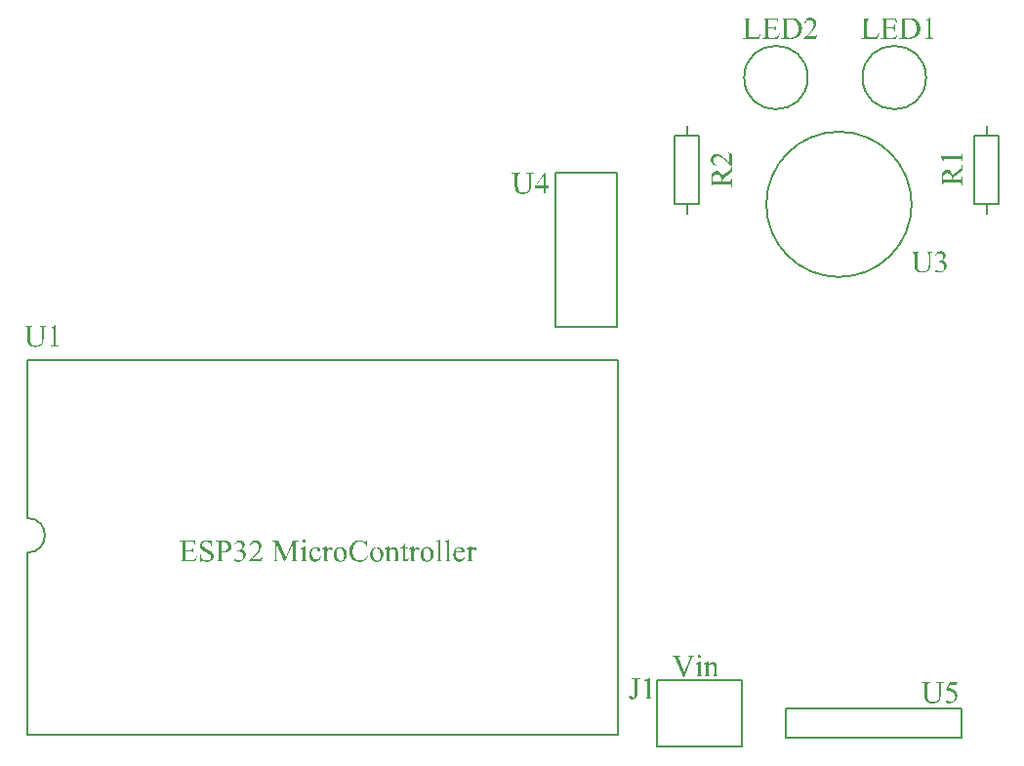
<source format=gto>
G04*
G04 #@! TF.GenerationSoftware,Altium Limited,Altium Designer,21.4.1 (30)*
G04*
G04 Layer_Color=65535*
%FSLAX44Y44*%
%MOMM*%
G71*
G04*
G04 #@! TF.SameCoordinates,02D7BDB2-D434-4152-92C4-171F5B89420C*
G04*
G04*
G04 #@! TF.FilePolarity,Positive*
G04*
G01*
G75*
%ADD10C,0.2000*%
G36*
X44254Y374385D02*
X43375D01*
X43199Y374326D01*
X42965Y374268D01*
X42701Y374150D01*
X42438Y374004D01*
X42174Y373770D01*
X41940Y373477D01*
Y373447D01*
X41911Y373389D01*
X41852Y373272D01*
X41823Y373096D01*
X41764Y372832D01*
X41706Y372510D01*
X41676Y372100D01*
Y371603D01*
Y364310D01*
Y364281D01*
Y364193D01*
Y364047D01*
Y363871D01*
X41647Y363637D01*
Y363373D01*
X41618Y362787D01*
X41530Y362114D01*
X41442Y361411D01*
X41296Y360737D01*
X41120Y360122D01*
Y360093D01*
X41091Y360064D01*
X41061Y359976D01*
X41003Y359888D01*
X40856Y359595D01*
X40651Y359244D01*
X40388Y358834D01*
X40007Y358424D01*
X39568Y357984D01*
X39011Y357574D01*
X38982D01*
X38953Y357516D01*
X38865Y357486D01*
X38718Y357399D01*
X38572Y357340D01*
X38367Y357252D01*
X38162Y357135D01*
X37898Y357047D01*
X37606Y356959D01*
X37283Y356842D01*
X36932Y356754D01*
X36581Y356696D01*
X35731Y356579D01*
X34765Y356520D01*
X34472D01*
X34296Y356549D01*
X34033D01*
X33769Y356579D01*
X33447Y356608D01*
X33125Y356637D01*
X32393Y356754D01*
X31660Y356930D01*
X30928Y357194D01*
X30606Y357340D01*
X30313Y357516D01*
X30284D01*
X30255Y357574D01*
X30079Y357691D01*
X29786Y357926D01*
X29464Y358248D01*
X29113Y358629D01*
X28761Y359097D01*
X28439Y359654D01*
X28146Y360269D01*
Y360298D01*
X28117Y360327D01*
Y360386D01*
X28087Y360503D01*
X28058Y360649D01*
X28029Y360825D01*
X27970Y361030D01*
X27941Y361264D01*
X27912Y361557D01*
X27853Y361850D01*
X27824Y362231D01*
X27795Y362641D01*
X27765Y363080D01*
Y363578D01*
X27736Y364105D01*
Y364691D01*
Y371720D01*
Y371749D01*
Y371778D01*
Y371866D01*
Y371983D01*
X27707Y372276D01*
X27678Y372598D01*
X27619Y372950D01*
X27531Y373301D01*
X27414Y373623D01*
X27267Y373857D01*
X27238Y373887D01*
X27180Y373945D01*
X27062Y374033D01*
X26916Y374121D01*
X26711Y374209D01*
X26448Y374297D01*
X26155Y374355D01*
X25803Y374385D01*
X25130D01*
Y374883D01*
X32891D01*
Y374385D01*
X32012D01*
X31807Y374355D01*
X31573Y374297D01*
X31309Y374209D01*
X31045Y374092D01*
X30811Y373916D01*
X30606Y373682D01*
Y373652D01*
X30548Y373594D01*
X30518Y373447D01*
X30460Y373272D01*
X30401Y373008D01*
X30343Y372657D01*
X30313Y372247D01*
X30284Y371720D01*
Y363871D01*
Y363812D01*
Y363695D01*
Y363461D01*
X30313Y363197D01*
Y362846D01*
X30372Y362436D01*
X30401Y361967D01*
X30460Y361469D01*
Y361411D01*
X30489Y361235D01*
X30548Y361001D01*
X30635Y360708D01*
X30723Y360357D01*
X30840Y360005D01*
X30987Y359683D01*
X31163Y359361D01*
X31192Y359332D01*
X31251Y359244D01*
X31368Y359097D01*
X31543Y358922D01*
X31719Y358746D01*
X31983Y358541D01*
X32276Y358336D01*
X32598Y358131D01*
X32656Y358102D01*
X32773Y358072D01*
X32978Y357984D01*
X33242Y357896D01*
X33593Y357809D01*
X34003Y357750D01*
X34443Y357691D01*
X34941Y357662D01*
X35233D01*
X35556Y357691D01*
X35995Y357750D01*
X36493Y357838D01*
X36991Y357984D01*
X37547Y358160D01*
X38074Y358424D01*
X38103D01*
X38133Y358453D01*
X38308Y358570D01*
X38543Y358717D01*
X38836Y358951D01*
X39158Y359244D01*
X39480Y359566D01*
X39743Y359947D01*
X39978Y360386D01*
Y360415D01*
X40007Y360444D01*
X40036Y360503D01*
X40066Y360620D01*
X40095Y360767D01*
X40153Y360913D01*
X40183Y361118D01*
X40241Y361352D01*
X40300Y361616D01*
X40329Y361909D01*
X40388Y362231D01*
X40417Y362612D01*
X40446Y362992D01*
X40476Y363432D01*
X40505Y363900D01*
Y364427D01*
Y371720D01*
Y371749D01*
Y371778D01*
Y371866D01*
Y371983D01*
X40476Y372276D01*
X40446Y372598D01*
X40417Y372950D01*
X40359Y373301D01*
X40241Y373594D01*
X40124Y373799D01*
X40095Y373828D01*
X40036Y373887D01*
X39919Y373975D01*
X39743Y374092D01*
X39509Y374209D01*
X39275Y374297D01*
X38953Y374355D01*
X38601Y374385D01*
X37928D01*
Y374883D01*
X44254D01*
Y374385D01*
D02*
G37*
G36*
X52541Y360093D02*
Y360064D01*
Y360034D01*
Y359859D01*
Y359595D01*
X52571Y359273D01*
Y358951D01*
X52600Y358658D01*
X52629Y358394D01*
X52659Y358189D01*
X52688Y358131D01*
X52776Y357984D01*
X52922Y357809D01*
X53156Y357633D01*
X53186D01*
X53244Y357604D01*
X53362Y357574D01*
X53508Y357545D01*
X53742Y357486D01*
X54035Y357457D01*
X54387Y357428D01*
X54797D01*
Y356930D01*
X48032D01*
Y357428D01*
X48442D01*
X48705Y357457D01*
X48998D01*
X49261Y357516D01*
X49496Y357545D01*
X49672Y357604D01*
X49701D01*
X49730Y357633D01*
X49876Y357750D01*
X50052Y357926D01*
X50199Y358131D01*
Y358160D01*
X50228Y358219D01*
X50257Y358336D01*
X50286Y358512D01*
Y358775D01*
X50316Y359097D01*
X50345Y359537D01*
Y359800D01*
Y360093D01*
Y369757D01*
Y369787D01*
Y369845D01*
Y369933D01*
Y370080D01*
Y370402D01*
X50316Y370782D01*
Y371222D01*
X50286Y371632D01*
X50257Y371983D01*
X50228Y372130D01*
X50199Y372247D01*
Y372276D01*
X50169Y372305D01*
X50111Y372481D01*
X50023Y372715D01*
X49847Y372891D01*
X49818Y372920D01*
X49701Y373008D01*
X49525Y373067D01*
X49291Y373096D01*
X49203D01*
X49086Y373067D01*
X48939Y373037D01*
X48734Y373008D01*
X48500Y372920D01*
X48236Y372832D01*
X47914Y372686D01*
X47739Y373096D01*
X52102Y375234D01*
X52541D01*
Y360093D01*
D02*
G37*
G36*
X610589Y89532D02*
X610706Y89502D01*
X611028Y89385D01*
X611175Y89298D01*
X611321Y89151D01*
X611350Y89122D01*
X611380Y89093D01*
X611438Y89005D01*
X611526Y88888D01*
X611672Y88595D01*
X611702Y88419D01*
X611731Y88214D01*
Y88185D01*
Y88126D01*
X611702Y88009D01*
X611672Y87892D01*
X611555Y87570D01*
X611467Y87394D01*
X611321Y87247D01*
X611292Y87218D01*
X611262Y87189D01*
X611175Y87130D01*
X611057Y87072D01*
X610765Y86925D01*
X610589Y86896D01*
X610384Y86867D01*
X610296D01*
X610179Y86896D01*
X610062Y86925D01*
X609739Y87043D01*
X609564Y87130D01*
X609417Y87247D01*
X609388Y87277D01*
X609359Y87335D01*
X609300Y87394D01*
X609242Y87511D01*
X609095Y87833D01*
X609066Y88009D01*
X609037Y88214D01*
Y88243D01*
Y88302D01*
X609066Y88419D01*
X609095Y88536D01*
X609212Y88858D01*
X609300Y89005D01*
X609417Y89151D01*
X609447Y89180D01*
X609476Y89210D01*
X609564Y89268D01*
X609681Y89356D01*
X609974Y89502D01*
X610179Y89532D01*
X610384Y89561D01*
X610472D01*
X610589Y89532D01*
D02*
G37*
G36*
X622772Y83177D02*
X623006Y83147D01*
X623270Y83089D01*
X623563Y83001D01*
X623855Y82884D01*
X624119Y82708D01*
X624148Y82679D01*
X624236Y82620D01*
X624353Y82503D01*
X624529Y82327D01*
X624705Y82093D01*
X624910Y81800D01*
X625085Y81478D01*
X625261Y81068D01*
Y81039D01*
X625320Y80922D01*
X625349Y80746D01*
X625408Y80482D01*
X625466Y80131D01*
X625495Y79721D01*
X625554Y79223D01*
Y78637D01*
Y73483D01*
Y73424D01*
Y73307D01*
Y73102D01*
X625583Y72839D01*
X625642Y72312D01*
X625671Y72077D01*
X625730Y71901D01*
X625759Y71843D01*
X625847Y71697D01*
X625993Y71521D01*
X626198Y71374D01*
X626228D01*
X626257Y71345D01*
X626345Y71316D01*
X626462Y71287D01*
X626638Y71257D01*
X626843Y71228D01*
X627106Y71199D01*
X627399D01*
Y70730D01*
X621395D01*
Y71199D01*
X621922D01*
X622098Y71228D01*
X622479Y71287D01*
X622655Y71345D01*
X622801Y71433D01*
X622830D01*
X622860Y71491D01*
X623006Y71638D01*
X623153Y71872D01*
X623299Y72224D01*
Y72282D01*
X623328Y72341D01*
Y72458D01*
Y72604D01*
X623358Y72839D01*
Y73131D01*
Y73483D01*
Y78432D01*
Y78462D01*
Y78491D01*
Y78579D01*
Y78696D01*
X623328Y78989D01*
X623299Y79340D01*
X623240Y79750D01*
X623182Y80131D01*
X623065Y80512D01*
X622918Y80834D01*
X622889Y80863D01*
X622830Y80951D01*
X622713Y81068D01*
X622567Y81215D01*
X622362Y81361D01*
X622127Y81478D01*
X621835Y81566D01*
X621483Y81595D01*
X621337D01*
X621220Y81566D01*
X620897Y81507D01*
X620517Y81390D01*
X620019Y81185D01*
X619785Y81039D01*
X619521Y80863D01*
X619228Y80658D01*
X618965Y80453D01*
X618672Y80160D01*
X618379Y79867D01*
Y73483D01*
Y73424D01*
Y73278D01*
Y73073D01*
X618408Y72809D01*
Y72546D01*
X618437Y72312D01*
X618467Y72077D01*
X618496Y71931D01*
Y71901D01*
X618525Y71872D01*
X618643Y71726D01*
X618818Y71550D01*
X619023Y71374D01*
X619053D01*
X619082Y71345D01*
X619170Y71316D01*
X619316Y71287D01*
X619492Y71257D01*
X619726Y71228D01*
X619990Y71199D01*
X620341D01*
Y70730D01*
X614337D01*
Y71199D01*
X614747D01*
X614894Y71228D01*
X615099Y71257D01*
X615304Y71316D01*
X615509Y71404D01*
X615685Y71521D01*
X615831Y71667D01*
X615860Y71697D01*
X615890Y71755D01*
X615948Y71901D01*
X616007Y72077D01*
X616065Y72312D01*
X616124Y72634D01*
X616182Y73014D01*
Y73483D01*
Y77993D01*
Y78022D01*
Y78081D01*
Y78198D01*
Y78344D01*
Y78696D01*
Y79135D01*
X616153Y79604D01*
X616124Y80014D01*
X616095Y80394D01*
Y80512D01*
X616065Y80629D01*
Y80658D01*
X616036Y80717D01*
X616007Y80892D01*
X615919Y81097D01*
X615831Y81215D01*
X615772Y81273D01*
X615743Y81302D01*
X615626Y81361D01*
X615450Y81419D01*
X615216Y81449D01*
X615070D01*
X614952Y81419D01*
X614660Y81390D01*
X614308Y81273D01*
X614132Y81742D01*
X617793Y83206D01*
X618379D01*
Y80629D01*
X618408Y80658D01*
X618467Y80746D01*
X618584Y80863D01*
X618730Y81039D01*
X618935Y81215D01*
X619140Y81449D01*
X619404Y81683D01*
X619668Y81917D01*
X620283Y82386D01*
X620634Y82620D01*
X620985Y82796D01*
X621337Y82972D01*
X621688Y83089D01*
X622069Y83177D01*
X622420Y83206D01*
X622596D01*
X622772Y83177D01*
D02*
G37*
G36*
X606079Y88185D02*
X606049D01*
X605932Y88155D01*
X605756Y88097D01*
X605522Y88038D01*
X605054Y87863D01*
X604819Y87716D01*
X604614Y87570D01*
X604585Y87540D01*
X604497Y87452D01*
X604351Y87306D01*
X604204Y87072D01*
X603999Y86808D01*
X603794Y86457D01*
X603589Y86047D01*
X603384Y85578D01*
X597146Y70320D01*
X596648D01*
X589971Y85754D01*
X589942Y85813D01*
X589883Y85959D01*
X589795Y86135D01*
X589678Y86398D01*
X589561Y86632D01*
X589444Y86867D01*
X589327Y87072D01*
X589239Y87218D01*
Y87247D01*
X589180Y87277D01*
X589005Y87452D01*
X588770Y87657D01*
X588419Y87863D01*
X588390D01*
X588331Y87892D01*
X588214Y87950D01*
X588097Y87980D01*
X587892Y88038D01*
X587687Y88097D01*
X587423Y88155D01*
X587131Y88185D01*
Y88682D01*
X594423D01*
Y88185D01*
X594364D01*
X594218Y88155D01*
X594013Y88126D01*
X593749Y88068D01*
X593486Y88009D01*
X593222Y87950D01*
X592988Y87863D01*
X592812Y87745D01*
X592753Y87687D01*
X592636Y87540D01*
X592519Y87277D01*
X592490Y87130D01*
X592461Y86955D01*
Y86925D01*
Y86838D01*
X592490Y86691D01*
X592548Y86457D01*
X592607Y86164D01*
X592724Y85813D01*
X592871Y85402D01*
X593076Y84905D01*
X597615Y74391D01*
X601861Y84758D01*
Y84787D01*
X601891Y84817D01*
X601949Y85022D01*
X602066Y85285D01*
X602184Y85607D01*
X602271Y85959D01*
X602389Y86310D01*
X602447Y86632D01*
X602477Y86896D01*
Y86925D01*
Y86955D01*
X602418Y87130D01*
X602330Y87365D01*
X602213Y87511D01*
X602096Y87628D01*
X602066Y87657D01*
X602037Y87687D01*
X601920Y87745D01*
X601803Y87833D01*
X601598Y87892D01*
X601393Y87980D01*
X601100Y88068D01*
X600778Y88126D01*
X600719Y88155D01*
X600661D01*
X600573Y88185D01*
Y88682D01*
X606079D01*
Y88185D01*
D02*
G37*
G36*
X611497Y73483D02*
Y73424D01*
Y73307D01*
Y73102D01*
X611526Y72839D01*
X611555Y72341D01*
X611585Y72106D01*
X611643Y71931D01*
Y71901D01*
X611672Y71872D01*
X611760Y71726D01*
X611936Y71550D01*
X612141Y71374D01*
X612170D01*
X612200Y71345D01*
X612287Y71316D01*
X612405Y71287D01*
X612580Y71257D01*
X612785Y71228D01*
X613049Y71199D01*
X613342D01*
Y70730D01*
X607455D01*
Y71199D01*
X607748D01*
X607924Y71228D01*
X608334Y71257D01*
X608480Y71287D01*
X608627Y71345D01*
X608685Y71374D01*
X608802Y71491D01*
X608949Y71667D01*
X609095Y71931D01*
Y71960D01*
X609124Y72019D01*
X609154Y72136D01*
X609212Y72282D01*
X609242Y72487D01*
X609271Y72751D01*
X609300Y73102D01*
Y73483D01*
Y78169D01*
Y78198D01*
Y78257D01*
Y78344D01*
Y78491D01*
Y78813D01*
X609271Y79223D01*
Y79662D01*
X609242Y80072D01*
X609212Y80453D01*
X609183Y80599D01*
X609154Y80717D01*
Y80746D01*
X609124Y80775D01*
X609095Y80951D01*
X609007Y81127D01*
X608861Y81273D01*
X608832Y81302D01*
X608744Y81361D01*
X608568Y81419D01*
X608334Y81449D01*
X608187D01*
X608070Y81419D01*
X607777Y81390D01*
X607426Y81273D01*
X607250Y81742D01*
X610911Y83206D01*
X611497D01*
Y73483D01*
D02*
G37*
G36*
X188051Y182683D02*
X187553D01*
Y182712D01*
Y182771D01*
X187524Y182859D01*
X187494Y182976D01*
X187436Y183298D01*
X187348Y183708D01*
X187231Y184176D01*
X187084Y184645D01*
X186879Y185114D01*
X186674Y185523D01*
X186645Y185582D01*
X186557Y185699D01*
X186411Y185904D01*
X186235Y186138D01*
X185971Y186402D01*
X185679Y186666D01*
X185327Y186959D01*
X184917Y187193D01*
X184858Y187222D01*
X184712Y187281D01*
X184507Y187398D01*
X184214Y187515D01*
X183863Y187632D01*
X183453Y187749D01*
X183043Y187808D01*
X182574Y187837D01*
X182340D01*
X182106Y187808D01*
X181784Y187720D01*
X181403Y187632D01*
X181022Y187486D01*
X180641Y187281D01*
X180290Y186988D01*
X180261Y186959D01*
X180143Y186841D01*
X180026Y186666D01*
X179851Y186431D01*
X179704Y186138D01*
X179558Y185816D01*
X179441Y185436D01*
X179411Y185055D01*
Y185026D01*
Y184909D01*
X179441Y184762D01*
X179470Y184557D01*
X179558Y184323D01*
X179646Y184088D01*
X179792Y183825D01*
X179968Y183561D01*
X179997Y183503D01*
X180143Y183386D01*
X180261Y183269D01*
X180378Y183151D01*
X180553Y183034D01*
X180758Y182859D01*
X180993Y182683D01*
X181286Y182478D01*
X181608Y182273D01*
X181959Y182038D01*
X182369Y181775D01*
X182808Y181511D01*
X183306Y181218D01*
X183863Y180926D01*
X183892D01*
X183980Y180867D01*
X184097Y180809D01*
X184273Y180691D01*
X184478Y180603D01*
X184712Y180457D01*
X185239Y180164D01*
X185796Y179813D01*
X186381Y179491D01*
X186879Y179139D01*
X187113Y178993D01*
X187289Y178846D01*
X187318Y178817D01*
X187436Y178729D01*
X187611Y178553D01*
X187816Y178348D01*
X188051Y178114D01*
X188285Y177821D01*
X188519Y177499D01*
X188724Y177148D01*
X188754Y177118D01*
X188812Y176972D01*
X188871Y176796D01*
X188988Y176533D01*
X189076Y176210D01*
X189134Y175888D01*
X189193Y175508D01*
X189222Y175098D01*
Y175068D01*
Y175010D01*
Y174893D01*
X189193Y174746D01*
X189164Y174571D01*
X189134Y174366D01*
X189017Y173897D01*
X188841Y173340D01*
X188549Y172755D01*
X188373Y172462D01*
X188168Y172169D01*
X187934Y171876D01*
X187641Y171583D01*
X187611Y171554D01*
X187582Y171525D01*
X187465Y171437D01*
X187348Y171349D01*
X187201Y171232D01*
X186996Y171115D01*
X186791Y170998D01*
X186528Y170851D01*
X185942Y170588D01*
X185268Y170353D01*
X184449Y170178D01*
X184039Y170148D01*
X183570Y170119D01*
X183277D01*
X183101Y170148D01*
X182867D01*
X182633Y170178D01*
X182106Y170265D01*
X182076D01*
X182018Y170295D01*
X181901D01*
X181754Y170353D01*
X181520Y170412D01*
X181227Y170500D01*
X180846Y170588D01*
X180407Y170734D01*
X180348Y170763D01*
X180202Y170793D01*
X179968Y170851D01*
X179733Y170939D01*
X179441Y171027D01*
X179177Y171085D01*
X178943Y171115D01*
X178767Y171144D01*
X178708D01*
X178591Y171115D01*
X178416Y171056D01*
X178240Y170939D01*
X178211Y170910D01*
X178152Y170763D01*
X178093Y170646D01*
X178064Y170500D01*
X178006Y170324D01*
X177976Y170119D01*
X177478D01*
Y176269D01*
X177976D01*
Y176240D01*
X178006Y176181D01*
Y176093D01*
X178035Y175947D01*
X178123Y175595D01*
X178211Y175156D01*
X178328Y174688D01*
X178503Y174219D01*
X178679Y173750D01*
X178884Y173340D01*
X178913Y173311D01*
X179001Y173194D01*
X179148Y173018D01*
X179323Y172784D01*
X179587Y172550D01*
X179880Y172286D01*
X180261Y172023D01*
X180671Y171759D01*
X180729Y171730D01*
X180876Y171671D01*
X181139Y171554D01*
X181461Y171466D01*
X181842Y171349D01*
X182281Y171232D01*
X182779Y171173D01*
X183306Y171144D01*
X183570D01*
X183863Y171203D01*
X184244Y171261D01*
X184653Y171349D01*
X185093Y171495D01*
X185532Y171700D01*
X185913Y171993D01*
X185942Y172023D01*
X186059Y172140D01*
X186206Y172345D01*
X186411Y172579D01*
X186586Y172901D01*
X186733Y173253D01*
X186850Y173633D01*
X186879Y174073D01*
Y174102D01*
Y174190D01*
X186850Y174336D01*
X186821Y174483D01*
X186791Y174688D01*
X186733Y174922D01*
X186616Y175156D01*
X186499Y175420D01*
X186469Y175449D01*
X186440Y175537D01*
X186352Y175654D01*
X186235Y175830D01*
X186059Y176035D01*
X185884Y176240D01*
X185649Y176445D01*
X185386Y176679D01*
X185356Y176708D01*
X185268Y176767D01*
X185093Y176884D01*
X184829Y177060D01*
X184653Y177148D01*
X184449Y177265D01*
X184244Y177411D01*
X183980Y177558D01*
X183658Y177733D01*
X183336Y177938D01*
X182955Y178143D01*
X182545Y178378D01*
X182516Y178407D01*
X182457Y178436D01*
X182340Y178495D01*
X182164Y178583D01*
X181989Y178700D01*
X181784Y178817D01*
X181286Y179110D01*
X180729Y179432D01*
X180202Y179783D01*
X179704Y180135D01*
X179470Y180281D01*
X179265Y180428D01*
X179236Y180457D01*
X179118Y180574D01*
X178943Y180721D01*
X178708Y180926D01*
X178474Y181160D01*
X178240Y181453D01*
X178006Y181775D01*
X177801Y182097D01*
X177771Y182126D01*
X177713Y182273D01*
X177654Y182449D01*
X177566Y182712D01*
X177449Y183005D01*
X177390Y183356D01*
X177332Y183737D01*
X177303Y184147D01*
Y184176D01*
Y184235D01*
Y184323D01*
X177332Y184469D01*
X177361Y184645D01*
X177390Y184821D01*
X177478Y185289D01*
X177654Y185816D01*
X177918Y186373D01*
X178093Y186666D01*
X178298Y186929D01*
X178503Y187222D01*
X178767Y187486D01*
X178796Y187515D01*
X178826Y187544D01*
X178913Y187603D01*
X179031Y187720D01*
X179177Y187808D01*
X179353Y187925D01*
X179792Y188189D01*
X180348Y188452D01*
X180993Y188686D01*
X181725Y188833D01*
X182135Y188862D01*
X182545Y188891D01*
X182808D01*
X183072Y188862D01*
X183453Y188804D01*
X183921Y188716D01*
X184449Y188599D01*
X185005Y188423D01*
X185591Y188189D01*
X185620D01*
X185708Y188130D01*
X185825Y188101D01*
X186001Y188042D01*
X186323Y187925D01*
X186499Y187896D01*
X186616Y187866D01*
X186674D01*
X186821Y187896D01*
X186996Y187954D01*
X187172Y188042D01*
X187201Y188071D01*
X187260Y188130D01*
X187318Y188218D01*
X187377Y188335D01*
X187436Y188481D01*
X187494Y188657D01*
X187553Y188891D01*
X188051D01*
Y182683D01*
D02*
G37*
G36*
X322562Y182800D02*
X322152D01*
Y182829D01*
X322123Y182917D01*
X322064Y183064D01*
X322006Y183239D01*
X321918Y183473D01*
X321801Y183737D01*
X321567Y184323D01*
X321215Y184967D01*
X320805Y185611D01*
X320336Y186226D01*
X320073Y186490D01*
X319809Y186724D01*
X319780Y186754D01*
X319751Y186783D01*
X319663Y186841D01*
X319546Y186929D01*
X319399Y187017D01*
X319224Y187105D01*
X318784Y187339D01*
X318257Y187574D01*
X317613Y187749D01*
X316910Y187896D01*
X316148Y187954D01*
X315856D01*
X315680Y187925D01*
X315504Y187896D01*
X315065Y187837D01*
X314567Y187720D01*
X314040Y187574D01*
X313484Y187339D01*
X312927Y187046D01*
X312898D01*
X312868Y187017D01*
X312693Y186871D01*
X312429Y186666D01*
X312107Y186344D01*
X311756Y185934D01*
X311375Y185436D01*
X310994Y184850D01*
X310672Y184147D01*
Y184118D01*
X310643Y184059D01*
X310584Y183942D01*
X310555Y183796D01*
X310496Y183591D01*
X310408Y183356D01*
X310350Y183093D01*
X310262Y182771D01*
X310174Y182449D01*
X310116Y182068D01*
X310057Y181658D01*
X309969Y181218D01*
X309881Y180252D01*
X309852Y179198D01*
Y179168D01*
Y179081D01*
Y178963D01*
Y178788D01*
X309881Y178583D01*
Y178348D01*
X309911Y178056D01*
X309940Y177763D01*
X310028Y177089D01*
X310174Y176386D01*
X310350Y175683D01*
X310613Y174981D01*
Y174951D01*
X310643Y174893D01*
X310701Y174805D01*
X310760Y174688D01*
X310936Y174366D01*
X311199Y173955D01*
X311521Y173516D01*
X311931Y173077D01*
X312400Y172638D01*
X312956Y172228D01*
X312986D01*
X313015Y172198D01*
X313103Y172140D01*
X313249Y172081D01*
X313396Y172023D01*
X313571Y171935D01*
X314011Y171759D01*
X314538Y171583D01*
X315124Y171437D01*
X315797Y171320D01*
X316529Y171290D01*
X316822D01*
X317144Y171320D01*
X317584Y171378D01*
X318052Y171466D01*
X318579Y171613D01*
X319106Y171788D01*
X319604Y172023D01*
X319634D01*
X319663Y172052D01*
X319839Y172169D01*
X320102Y172374D01*
X320483Y172696D01*
X320922Y173077D01*
X321157Y173340D01*
X321420Y173604D01*
X321684Y173897D01*
X321977Y174248D01*
X322269Y174600D01*
X322562Y175010D01*
X322972Y174746D01*
X322943Y174717D01*
X322914Y174629D01*
X322826Y174512D01*
X322738Y174366D01*
X322592Y174160D01*
X322445Y173926D01*
X322064Y173399D01*
X321596Y172843D01*
X321069Y172257D01*
X320454Y171700D01*
X320131Y171466D01*
X319809Y171232D01*
X319780D01*
X319722Y171173D01*
X319634Y171144D01*
X319487Y171056D01*
X319312Y170968D01*
X319106Y170881D01*
X318872Y170793D01*
X318609Y170676D01*
X317994Y170470D01*
X317261Y170295D01*
X316441Y170178D01*
X315534Y170119D01*
X315329D01*
X315094Y170148D01*
X314801Y170178D01*
X314421Y170207D01*
X314011Y170295D01*
X313513Y170383D01*
X313015Y170529D01*
X312458Y170705D01*
X311902Y170939D01*
X311316Y171203D01*
X310760Y171525D01*
X310203Y171905D01*
X309647Y172345D01*
X309120Y172843D01*
X308651Y173428D01*
X308622Y173458D01*
X308563Y173545D01*
X308476Y173692D01*
X308358Y173868D01*
X308241Y174102D01*
X308066Y174395D01*
X307919Y174717D01*
X307743Y175068D01*
X307568Y175478D01*
X307421Y175918D01*
X307246Y176416D01*
X307128Y176913D01*
X307011Y177441D01*
X306923Y178026D01*
X306865Y178612D01*
X306835Y179227D01*
Y179256D01*
Y179344D01*
Y179491D01*
X306865Y179666D01*
Y179901D01*
X306894Y180194D01*
X306923Y180486D01*
X306982Y180838D01*
X307128Y181599D01*
X307333Y182419D01*
X307626Y183298D01*
X308007Y184147D01*
X308036Y184176D01*
X308066Y184235D01*
X308124Y184352D01*
X308241Y184528D01*
X308358Y184704D01*
X308505Y184938D01*
X308886Y185436D01*
X309354Y185992D01*
X309911Y186578D01*
X310584Y187134D01*
X311316Y187632D01*
X311346Y187661D01*
X311404Y187691D01*
X311521Y187749D01*
X311697Y187837D01*
X311873Y187925D01*
X312107Y188042D01*
X312371Y188159D01*
X312693Y188277D01*
X313366Y188482D01*
X314157Y188687D01*
X315006Y188833D01*
X315446Y188892D01*
X316236D01*
X316412Y188862D01*
X316617Y188833D01*
X317115Y188774D01*
X317701Y188657D01*
X318345Y188482D01*
X319048Y188247D01*
X319751Y187925D01*
X319780D01*
X319839Y187896D01*
X319926Y187837D01*
X320073Y187808D01*
X320307Y187691D01*
X320454Y187661D01*
X320600D01*
X320746Y187691D01*
X320951Y187749D01*
X321157Y187896D01*
X321186Y187925D01*
X321215Y187954D01*
X321274Y188042D01*
X321362Y188159D01*
X321420Y188306D01*
X321508Y188452D01*
X321654Y188892D01*
X322152D01*
X322562Y182800D01*
D02*
G37*
G36*
X267826Y189331D02*
X267943Y189301D01*
X268266Y189184D01*
X268412Y189097D01*
X268559Y188950D01*
X268588Y188921D01*
X268617Y188892D01*
X268676Y188804D01*
X268764Y188687D01*
X268910Y188394D01*
X268939Y188218D01*
X268969Y188013D01*
Y187984D01*
Y187925D01*
X268939Y187808D01*
X268910Y187691D01*
X268793Y187369D01*
X268705Y187193D01*
X268559Y187046D01*
X268529Y187017D01*
X268500Y186988D01*
X268412Y186929D01*
X268295Y186871D01*
X268002Y186724D01*
X267826Y186695D01*
X267621Y186666D01*
X267533D01*
X267416Y186695D01*
X267299Y186724D01*
X266977Y186841D01*
X266801Y186929D01*
X266655Y187046D01*
X266626Y187076D01*
X266596Y187134D01*
X266538Y187193D01*
X266479Y187310D01*
X266333Y187632D01*
X266303Y187808D01*
X266274Y188013D01*
Y188042D01*
Y188101D01*
X266303Y188218D01*
X266333Y188335D01*
X266450Y188657D01*
X266538Y188804D01*
X266655Y188950D01*
X266684Y188979D01*
X266713Y189009D01*
X266801Y189067D01*
X266918Y189155D01*
X267211Y189301D01*
X267416Y189331D01*
X267621Y189360D01*
X267709D01*
X267826Y189331D01*
D02*
G37*
G36*
X173671Y184528D02*
X173144D01*
Y184557D01*
Y184586D01*
X173085Y184762D01*
X173027Y184996D01*
X172968Y185289D01*
X172763Y185933D01*
X172617Y186226D01*
X172500Y186461D01*
Y186490D01*
X172441Y186549D01*
X172353Y186666D01*
X172265Y186783D01*
X172119Y186900D01*
X171943Y187046D01*
X171768Y187193D01*
X171533Y187310D01*
X171504D01*
X171445Y187339D01*
X171299Y187369D01*
X171094Y187427D01*
X170830Y187456D01*
X170508Y187486D01*
X170128Y187515D01*
X164768D01*
Y180398D01*
X168927D01*
X169190Y180428D01*
X169513Y180457D01*
X169864Y180516D01*
X170186Y180574D01*
X170479Y180691D01*
X170713Y180838D01*
X170743Y180867D01*
X170830Y180955D01*
X170948Y181101D01*
X171065Y181336D01*
X171211Y181628D01*
X171358Y182009D01*
X171445Y182478D01*
X171504Y183005D01*
X172002D01*
Y176767D01*
X171504D01*
Y176796D01*
Y176826D01*
X171475Y176972D01*
X171445Y177206D01*
X171387Y177470D01*
X171328Y177733D01*
X171270Y178026D01*
X171182Y178261D01*
X171123Y178436D01*
Y178466D01*
X171065Y178524D01*
X170948Y178700D01*
X170684Y178905D01*
X170538Y179022D01*
X170333Y179139D01*
X170303D01*
X170245Y179198D01*
X170098Y179227D01*
X169923Y179286D01*
X169688Y179344D01*
X169425Y179373D01*
X169073Y179432D01*
X164768D01*
Y173487D01*
Y173428D01*
Y173311D01*
Y173106D01*
Y172872D01*
X164797Y172608D01*
Y172374D01*
X164827Y172198D01*
X164856Y172052D01*
X164885Y172023D01*
X164944Y171905D01*
X165061Y171759D01*
X165237Y171642D01*
X165295Y171613D01*
X165354Y171583D01*
X165471D01*
X165588Y171554D01*
X165764Y171525D01*
X165969Y171495D01*
X169805D01*
X170128Y171525D01*
X170479Y171554D01*
X170860Y171583D01*
X171182Y171642D01*
X171475Y171700D01*
X171504D01*
X171592Y171730D01*
X171738Y171788D01*
X171914Y171876D01*
X172119Y171993D01*
X172324Y172140D01*
X172558Y172316D01*
X172793Y172521D01*
X172822Y172550D01*
X172939Y172667D01*
X173085Y172872D01*
X173320Y173165D01*
X173554Y173516D01*
X173847Y173955D01*
X174169Y174453D01*
X174491Y175039D01*
X175018D01*
X173466Y170529D01*
X159643D01*
Y171027D01*
X160375D01*
X160492Y171056D01*
X160668D01*
X161049Y171144D01*
X161488Y171320D01*
X161517D01*
X161547Y171349D01*
X161722Y171466D01*
X161898Y171671D01*
X162045Y171935D01*
Y171964D01*
X162074Y172023D01*
X162103Y172140D01*
X162132Y172316D01*
X162162Y172550D01*
X162191Y172872D01*
X162220Y173253D01*
Y173692D01*
Y185348D01*
Y185377D01*
Y185436D01*
Y185494D01*
Y185611D01*
X162191Y185904D01*
Y186256D01*
X162132Y186607D01*
X162074Y186929D01*
X161986Y187222D01*
X161927Y187339D01*
X161869Y187427D01*
X161840Y187456D01*
X161781Y187515D01*
X161664Y187603D01*
X161488Y187720D01*
X161254Y187808D01*
X160990Y187896D01*
X160639Y187954D01*
X160258Y187984D01*
X159643D01*
Y188481D01*
X173496D01*
X173671Y184528D01*
D02*
G37*
G36*
X346255Y182976D02*
X346489Y182946D01*
X346753Y182888D01*
X347046Y182800D01*
X347338Y182683D01*
X347602Y182507D01*
X347631Y182478D01*
X347719Y182419D01*
X347836Y182302D01*
X348012Y182126D01*
X348188Y181892D01*
X348393Y181599D01*
X348568Y181277D01*
X348744Y180867D01*
Y180838D01*
X348803Y180721D01*
X348832Y180545D01*
X348890Y180281D01*
X348949Y179930D01*
X348978Y179520D01*
X349037Y179022D01*
Y178436D01*
Y173282D01*
Y173223D01*
Y173106D01*
Y172901D01*
X349066Y172638D01*
X349125Y172111D01*
X349154Y171876D01*
X349213Y171700D01*
X349242Y171642D01*
X349330Y171495D01*
X349476Y171320D01*
X349681Y171173D01*
X349711D01*
X349740Y171144D01*
X349828Y171115D01*
X349945Y171085D01*
X350121Y171056D01*
X350326Y171027D01*
X350589Y170998D01*
X350882D01*
Y170529D01*
X344878D01*
Y170998D01*
X345406D01*
X345581Y171027D01*
X345962Y171085D01*
X346138Y171144D01*
X346284Y171232D01*
X346313D01*
X346343Y171290D01*
X346489Y171437D01*
X346636Y171671D01*
X346782Y172023D01*
Y172081D01*
X346811Y172140D01*
Y172257D01*
Y172403D01*
X346841Y172638D01*
Y172931D01*
Y173282D01*
Y178231D01*
Y178261D01*
Y178290D01*
Y178378D01*
Y178495D01*
X346811Y178788D01*
X346782Y179139D01*
X346723Y179549D01*
X346665Y179930D01*
X346548Y180311D01*
X346401Y180633D01*
X346372Y180662D01*
X346313Y180750D01*
X346196Y180867D01*
X346050Y181014D01*
X345845Y181160D01*
X345611Y181277D01*
X345318Y181365D01*
X344966Y181394D01*
X344820D01*
X344703Y181365D01*
X344380Y181306D01*
X344000Y181189D01*
X343502Y180984D01*
X343268Y180838D01*
X343004Y180662D01*
X342711Y180457D01*
X342448Y180252D01*
X342155Y179959D01*
X341862Y179666D01*
Y173282D01*
Y173223D01*
Y173077D01*
Y172872D01*
X341891Y172608D01*
Y172345D01*
X341920Y172111D01*
X341950Y171876D01*
X341979Y171730D01*
Y171700D01*
X342008Y171671D01*
X342125Y171525D01*
X342301Y171349D01*
X342506Y171173D01*
X342535D01*
X342565Y171144D01*
X342653Y171115D01*
X342799Y171085D01*
X342975Y171056D01*
X343209Y171027D01*
X343473Y170998D01*
X343824D01*
Y170529D01*
X337820D01*
Y170998D01*
X338230D01*
X338377Y171027D01*
X338582Y171056D01*
X338787Y171115D01*
X338992Y171203D01*
X339168Y171320D01*
X339314Y171466D01*
X339343Y171495D01*
X339372Y171554D01*
X339431Y171700D01*
X339490Y171876D01*
X339548Y172111D01*
X339607Y172433D01*
X339665Y172813D01*
Y173282D01*
Y177792D01*
Y177821D01*
Y177880D01*
Y177997D01*
Y178143D01*
Y178495D01*
Y178934D01*
X339636Y179403D01*
X339607Y179813D01*
X339577Y180194D01*
Y180311D01*
X339548Y180428D01*
Y180457D01*
X339519Y180516D01*
X339490Y180691D01*
X339402Y180896D01*
X339314Y181014D01*
X339255Y181072D01*
X339226Y181101D01*
X339109Y181160D01*
X338933Y181218D01*
X338699Y181248D01*
X338553D01*
X338435Y181218D01*
X338143Y181189D01*
X337791Y181072D01*
X337615Y181541D01*
X341276Y183005D01*
X341862D01*
Y180428D01*
X341891Y180457D01*
X341950Y180545D01*
X342067Y180662D01*
X342213Y180838D01*
X342418Y181014D01*
X342623Y181248D01*
X342887Y181482D01*
X343150Y181716D01*
X343765Y182185D01*
X344117Y182419D01*
X344468Y182595D01*
X344820Y182771D01*
X345171Y182888D01*
X345552Y182976D01*
X345903Y183005D01*
X346079D01*
X346255Y182976D01*
D02*
G37*
G36*
X415985Y182976D02*
X416161Y182946D01*
X416337Y182888D01*
X416542Y182800D01*
X416747Y182683D01*
X416922Y182536D01*
X416952Y182507D01*
X417010Y182449D01*
X417069Y182361D01*
X417186Y182243D01*
X417332Y181921D01*
X417391Y181716D01*
X417420Y181511D01*
Y181482D01*
Y181423D01*
X417391Y181336D01*
Y181218D01*
X417274Y180955D01*
X417186Y180809D01*
X417069Y180662D01*
X417039D01*
X417010Y180604D01*
X416834Y180486D01*
X416571Y180369D01*
X416424Y180340D01*
X416249Y180311D01*
X416161D01*
X416073Y180340D01*
X415956Y180369D01*
X415780Y180428D01*
X415605Y180486D01*
X415400Y180604D01*
X415195Y180750D01*
X415165Y180779D01*
X415107Y180838D01*
X414990Y180896D01*
X414872Y180984D01*
X414609Y181160D01*
X414462Y181189D01*
X414345Y181218D01*
X414316D01*
X414199Y181189D01*
X414023Y181101D01*
X413818Y180926D01*
X413789Y180896D01*
X413730Y180838D01*
X413613Y180691D01*
X413437Y180516D01*
X413262Y180252D01*
X413057Y179959D01*
X412852Y179608D01*
X412617Y179168D01*
Y173370D01*
Y173311D01*
Y173194D01*
Y173018D01*
X412647Y172784D01*
X412705Y172286D01*
X412764Y172023D01*
X412852Y171818D01*
X412881Y171759D01*
X412998Y171613D01*
X413174Y171437D01*
X413467Y171232D01*
X413496D01*
X413554Y171203D01*
X413642Y171173D01*
X413789Y171115D01*
X413965Y171085D01*
X414199Y171027D01*
X414433Y170998D01*
X414726D01*
Y170529D01*
X408517D01*
Y170998D01*
X408664D01*
X408839Y171027D01*
X409015D01*
X409484Y171115D01*
X409689Y171203D01*
X409864Y171290D01*
X409894D01*
X409923Y171320D01*
X410069Y171466D01*
X410216Y171671D01*
X410333Y171964D01*
X410362Y172023D01*
Y172111D01*
X410392Y172228D01*
Y172403D01*
X410421Y172608D01*
Y172901D01*
Y173282D01*
Y177968D01*
Y177997D01*
Y178056D01*
Y178173D01*
Y178319D01*
Y178671D01*
Y179081D01*
X410392Y179520D01*
Y179930D01*
X410362Y180252D01*
Y180399D01*
X410333Y180486D01*
Y180516D01*
X410304Y180545D01*
X410274Y180721D01*
X410157Y180896D01*
X410011Y181072D01*
X409981Y181101D01*
X409864Y181160D01*
X409659Y181218D01*
X409425Y181248D01*
X409279D01*
X409161Y181218D01*
X408869Y181189D01*
X408488Y181072D01*
X408371Y181541D01*
X412032Y183005D01*
X412617D01*
Y180281D01*
X412647Y180311D01*
X412676Y180399D01*
X412764Y180545D01*
X412881Y180721D01*
X413027Y180926D01*
X413174Y181131D01*
X413554Y181658D01*
X414023Y182156D01*
X414287Y182361D01*
X414550Y182595D01*
X414843Y182741D01*
X415136Y182888D01*
X415429Y182976D01*
X415722Y183005D01*
X415839D01*
X415985Y182976D01*
D02*
G37*
G36*
X366316Y182976D02*
X366492Y182946D01*
X366667Y182888D01*
X366872Y182800D01*
X367077Y182683D01*
X367253Y182536D01*
X367282Y182507D01*
X367341Y182449D01*
X367399Y182361D01*
X367517Y182243D01*
X367663Y181921D01*
X367721Y181716D01*
X367751Y181511D01*
Y181482D01*
Y181423D01*
X367721Y181336D01*
Y181218D01*
X367604Y180955D01*
X367517Y180809D01*
X367399Y180662D01*
X367370D01*
X367341Y180604D01*
X367165Y180486D01*
X366902Y180369D01*
X366755Y180340D01*
X366579Y180311D01*
X366492D01*
X366404Y180340D01*
X366287Y180369D01*
X366111Y180428D01*
X365935Y180486D01*
X365730Y180604D01*
X365525Y180750D01*
X365496Y180779D01*
X365437Y180838D01*
X365320Y180896D01*
X365203Y180984D01*
X364939Y181160D01*
X364793Y181189D01*
X364676Y181218D01*
X364646D01*
X364529Y181189D01*
X364354Y181101D01*
X364149Y180926D01*
X364119Y180896D01*
X364061Y180838D01*
X363944Y180691D01*
X363768Y180516D01*
X363592Y180252D01*
X363387Y179959D01*
X363182Y179608D01*
X362948Y179168D01*
Y173370D01*
Y173311D01*
Y173194D01*
Y173018D01*
X362977Y172784D01*
X363036Y172286D01*
X363094Y172023D01*
X363182Y171818D01*
X363212Y171759D01*
X363329Y171613D01*
X363504Y171437D01*
X363797Y171232D01*
X363826D01*
X363885Y171203D01*
X363973Y171173D01*
X364119Y171115D01*
X364295Y171085D01*
X364529Y171027D01*
X364764Y170998D01*
X365056D01*
Y170529D01*
X358848D01*
Y170998D01*
X358994D01*
X359170Y171027D01*
X359346D01*
X359814Y171115D01*
X360019Y171203D01*
X360195Y171290D01*
X360224D01*
X360254Y171320D01*
X360400Y171466D01*
X360546Y171671D01*
X360664Y171964D01*
X360693Y172023D01*
Y172111D01*
X360722Y172228D01*
Y172403D01*
X360751Y172608D01*
Y172901D01*
Y173282D01*
Y177968D01*
Y177997D01*
Y178056D01*
Y178173D01*
Y178319D01*
Y178671D01*
Y179081D01*
X360722Y179520D01*
Y179930D01*
X360693Y180252D01*
Y180399D01*
X360664Y180486D01*
Y180516D01*
X360634Y180545D01*
X360605Y180721D01*
X360488Y180896D01*
X360341Y181072D01*
X360312Y181101D01*
X360195Y181160D01*
X359990Y181218D01*
X359756Y181248D01*
X359609D01*
X359492Y181218D01*
X359199Y181189D01*
X358819Y181072D01*
X358701Y181541D01*
X362362Y183005D01*
X362948D01*
Y180281D01*
X362977Y180311D01*
X363007Y180399D01*
X363094Y180545D01*
X363212Y180721D01*
X363358Y180926D01*
X363504Y181131D01*
X363885Y181658D01*
X364354Y182156D01*
X364617Y182361D01*
X364881Y182595D01*
X365174Y182741D01*
X365466Y182888D01*
X365759Y182976D01*
X366052Y183005D01*
X366169D01*
X366316Y182976D01*
D02*
G37*
G36*
X291021D02*
X291197Y182946D01*
X291372Y182888D01*
X291577Y182800D01*
X291782Y182683D01*
X291958Y182536D01*
X291987Y182507D01*
X292046Y182449D01*
X292105Y182361D01*
X292222Y182243D01*
X292368Y181921D01*
X292427Y181716D01*
X292456Y181511D01*
Y181482D01*
Y181423D01*
X292427Y181336D01*
Y181218D01*
X292310Y180955D01*
X292222Y180809D01*
X292105Y180662D01*
X292075D01*
X292046Y180604D01*
X291870Y180486D01*
X291607Y180369D01*
X291460Y180340D01*
X291285Y180311D01*
X291197D01*
X291109Y180340D01*
X290992Y180369D01*
X290816Y180428D01*
X290640Y180486D01*
X290435Y180604D01*
X290230Y180750D01*
X290201Y180779D01*
X290142Y180838D01*
X290025Y180896D01*
X289908Y180984D01*
X289645Y181160D01*
X289498Y181189D01*
X289381Y181218D01*
X289352D01*
X289235Y181189D01*
X289059Y181101D01*
X288854Y180926D01*
X288825Y180896D01*
X288766Y180838D01*
X288649Y180691D01*
X288473Y180516D01*
X288297Y180252D01*
X288092Y179959D01*
X287887Y179608D01*
X287653Y179168D01*
Y173370D01*
Y173311D01*
Y173194D01*
Y173018D01*
X287682Y172784D01*
X287741Y172286D01*
X287799Y172023D01*
X287887Y171818D01*
X287917Y171759D01*
X288034Y171613D01*
X288209Y171437D01*
X288502Y171232D01*
X288532D01*
X288590Y171203D01*
X288678Y171173D01*
X288825Y171115D01*
X289000Y171085D01*
X289235Y171027D01*
X289469Y170998D01*
X289762D01*
Y170529D01*
X283553D01*
Y170998D01*
X283699D01*
X283875Y171027D01*
X284051D01*
X284519Y171115D01*
X284724Y171203D01*
X284900Y171290D01*
X284930D01*
X284959Y171320D01*
X285105Y171466D01*
X285252Y171671D01*
X285369Y171964D01*
X285398Y172023D01*
Y172111D01*
X285427Y172228D01*
Y172403D01*
X285457Y172608D01*
Y172901D01*
Y173282D01*
Y177968D01*
Y177997D01*
Y178056D01*
Y178173D01*
Y178319D01*
Y178671D01*
Y179081D01*
X285427Y179520D01*
Y179930D01*
X285398Y180252D01*
Y180399D01*
X285369Y180486D01*
Y180516D01*
X285340Y180545D01*
X285310Y180721D01*
X285193Y180896D01*
X285047Y181072D01*
X285017Y181101D01*
X284900Y181160D01*
X284695Y181218D01*
X284461Y181248D01*
X284314D01*
X284197Y181218D01*
X283904Y181189D01*
X283524Y181072D01*
X283407Y181541D01*
X287067Y183005D01*
X287653D01*
Y180281D01*
X287682Y180311D01*
X287712Y180399D01*
X287799Y180545D01*
X287917Y180721D01*
X288063Y180926D01*
X288209Y181131D01*
X288590Y181658D01*
X289059Y182156D01*
X289322Y182361D01*
X289586Y182595D01*
X289879Y182741D01*
X290172Y182888D01*
X290464Y182976D01*
X290757Y183005D01*
X290875D01*
X291021Y182976D01*
D02*
G37*
G36*
X278545Y182946D02*
X278955Y182888D01*
X279424Y182771D01*
X279921Y182595D01*
X280419Y182361D01*
X280859Y182038D01*
X280917Y182009D01*
X281034Y181863D01*
X281239Y181687D01*
X281444Y181453D01*
X281649Y181160D01*
X281854Y180809D01*
X281971Y180457D01*
X282030Y180076D01*
Y180047D01*
Y179988D01*
X282001Y179901D01*
Y179783D01*
X281884Y179520D01*
X281796Y179373D01*
X281679Y179256D01*
X281620Y179198D01*
X281444Y179110D01*
X281152Y179022D01*
X280771Y178963D01*
X280654D01*
X280507Y178993D01*
X280331Y179022D01*
X280156Y179081D01*
X279980Y179168D01*
X279775Y179286D01*
X279629Y179461D01*
Y179491D01*
X279599Y179520D01*
X279541Y179608D01*
X279512Y179696D01*
X279453Y179842D01*
X279394Y180047D01*
X279336Y180281D01*
X279307Y180545D01*
Y180574D01*
X279277Y180662D01*
Y180809D01*
X279219Y180984D01*
X279160Y181189D01*
X279072Y181394D01*
X278926Y181570D01*
X278779Y181746D01*
X278750Y181775D01*
X278692Y181804D01*
X278574Y181863D01*
X278457Y181951D01*
X278252Y182038D01*
X278047Y182097D01*
X277784Y182126D01*
X277491Y182156D01*
X277286D01*
X277022Y182097D01*
X276729Y182038D01*
X276378Y181921D01*
X276026Y181746D01*
X275675Y181482D01*
X275353Y181160D01*
X275294Y181101D01*
X275177Y180926D01*
X275031Y180633D01*
X274826Y180252D01*
X274621Y179754D01*
X274474Y179168D01*
X274357Y178495D01*
X274299Y177733D01*
Y177704D01*
Y177646D01*
Y177528D01*
X274328Y177353D01*
Y177177D01*
X274357Y176943D01*
X274445Y176416D01*
X274562Y175830D01*
X274738Y175186D01*
X275001Y174512D01*
X275353Y173868D01*
Y173838D01*
X275411Y173809D01*
X275558Y173604D01*
X275792Y173340D01*
X276114Y173048D01*
X276524Y172755D01*
X277022Y172491D01*
X277579Y172286D01*
X277901Y172257D01*
X278223Y172228D01*
X278457D01*
X278692Y172286D01*
X279014Y172345D01*
X279365Y172433D01*
X279775Y172579D01*
X280185Y172784D01*
X280566Y173077D01*
X280595Y173106D01*
X280683Y173194D01*
X280829Y173370D01*
X281034Y173604D01*
X281239Y173897D01*
X281474Y174278D01*
X281737Y174776D01*
X282001Y175332D01*
X282382Y175127D01*
Y175098D01*
X282352Y175010D01*
X282323Y174893D01*
X282294Y174746D01*
X282235Y174541D01*
X282147Y174307D01*
X281942Y173780D01*
X281679Y173165D01*
X281357Y172550D01*
X280947Y171964D01*
X280449Y171437D01*
X280419D01*
X280390Y171378D01*
X280302Y171320D01*
X280185Y171232D01*
X279892Y171027D01*
X279512Y170822D01*
X279043Y170588D01*
X278516Y170383D01*
X277930Y170236D01*
X277608Y170207D01*
X277286Y170178D01*
X277081D01*
X276934Y170207D01*
X276759Y170236D01*
X276554Y170265D01*
X276056Y170383D01*
X275499Y170588D01*
X275206Y170734D01*
X274884Y170910D01*
X274591Y171115D01*
X274269Y171349D01*
X273976Y171613D01*
X273684Y171905D01*
X273654Y171935D01*
X273625Y171993D01*
X273537Y172081D01*
X273449Y172228D01*
X273332Y172403D01*
X273215Y172608D01*
X273069Y172843D01*
X272922Y173136D01*
X272776Y173458D01*
X272629Y173809D01*
X272512Y174190D01*
X272395Y174600D01*
X272307Y175039D01*
X272219Y175508D01*
X272190Y176035D01*
X272161Y176562D01*
Y176591D01*
Y176679D01*
Y176826D01*
X272190Y177031D01*
X272219Y177294D01*
X272248Y177558D01*
X272307Y177880D01*
X272366Y178231D01*
X272571Y178963D01*
X272717Y179344D01*
X272893Y179725D01*
X273069Y180135D01*
X273303Y180516D01*
X273566Y180867D01*
X273859Y181218D01*
X273889Y181248D01*
X273947Y181306D01*
X274035Y181394D01*
X274152Y181511D01*
X274328Y181628D01*
X274533Y181775D01*
X274738Y181951D01*
X275001Y182126D01*
X275587Y182449D01*
X276290Y182741D01*
X276671Y182829D01*
X277081Y182917D01*
X277491Y182976D01*
X277930Y183005D01*
X278223D01*
X278545Y182946D01*
D02*
G37*
G36*
X198506Y188452D02*
X199062Y188423D01*
X199677Y188364D01*
X200292Y188276D01*
X200907Y188159D01*
X201464Y187984D01*
X201493D01*
X201522Y187954D01*
X201698Y187896D01*
X201962Y187749D01*
X202284Y187574D01*
X202665Y187339D01*
X203045Y187046D01*
X203426Y186695D01*
X203807Y186285D01*
X203836Y186226D01*
X203953Y186080D01*
X204100Y185816D01*
X204305Y185494D01*
X204480Y185084D01*
X204627Y184616D01*
X204744Y184088D01*
X204773Y183503D01*
Y183473D01*
Y183415D01*
Y183298D01*
X204744Y183151D01*
Y182946D01*
X204685Y182741D01*
X204597Y182243D01*
X204422Y181658D01*
X204158Y181072D01*
X203982Y180779D01*
X203807Y180486D01*
X203572Y180193D01*
X203309Y179930D01*
X203279D01*
X203250Y179871D01*
X203162Y179813D01*
X203045Y179725D01*
X202899Y179608D01*
X202723Y179491D01*
X202518Y179373D01*
X202255Y179256D01*
X201991Y179139D01*
X201698Y179022D01*
X201347Y178905D01*
X200995Y178788D01*
X200585Y178700D01*
X200175Y178641D01*
X199707Y178612D01*
X199238Y178583D01*
X198828D01*
X198623Y178612D01*
X198389D01*
X197832Y178671D01*
X197803D01*
X197715Y178700D01*
X197569D01*
X197364Y178729D01*
X197129Y178788D01*
X196866Y178817D01*
X196251Y178934D01*
Y173692D01*
Y173663D01*
Y173633D01*
Y173545D01*
Y173428D01*
X196280Y173136D01*
X196309Y172784D01*
X196339Y172433D01*
X196397Y172081D01*
X196485Y171788D01*
X196544Y171671D01*
X196602Y171583D01*
X196632Y171554D01*
X196690Y171495D01*
X196807Y171408D01*
X196983Y171320D01*
X197188Y171203D01*
X197452Y171115D01*
X197774Y171056D01*
X198125Y171027D01*
X198828D01*
Y170529D01*
X191126D01*
Y171027D01*
X191975D01*
X192180Y171056D01*
X192444Y171115D01*
X192707Y171203D01*
X192971Y171349D01*
X193205Y171525D01*
X193410Y171759D01*
Y171788D01*
X193469Y171847D01*
X193498Y171964D01*
X193556Y172169D01*
X193615Y172403D01*
X193644Y172755D01*
X193703Y173165D01*
Y173692D01*
Y185319D01*
Y185348D01*
Y185406D01*
Y185465D01*
Y185582D01*
X193674Y185875D01*
X193644Y186197D01*
X193615Y186549D01*
X193556Y186900D01*
X193439Y187193D01*
X193381Y187310D01*
X193322Y187398D01*
X193293Y187427D01*
X193234Y187486D01*
X193117Y187574D01*
X192941Y187691D01*
X192736Y187808D01*
X192473Y187896D01*
X192151Y187954D01*
X191799Y187984D01*
X191126D01*
Y188481D01*
X198272D01*
X198506Y188452D01*
D02*
G37*
G36*
X263170Y187984D02*
X262350D01*
X262145Y187954D01*
X261881Y187896D01*
X261618Y187808D01*
X261354Y187691D01*
X261091Y187515D01*
X260886Y187281D01*
Y187251D01*
X260827Y187193D01*
X260798Y187076D01*
X260739Y186900D01*
X260681Y186636D01*
X260651Y186314D01*
X260593Y185875D01*
Y185377D01*
Y173633D01*
Y173604D01*
Y173575D01*
Y173487D01*
Y173370D01*
X260622Y173077D01*
X260651Y172755D01*
X260681Y172403D01*
X260739Y172052D01*
X260827Y171759D01*
X260886Y171642D01*
X260944Y171554D01*
X260973Y171525D01*
X261032Y171466D01*
X261149Y171378D01*
X261325Y171290D01*
X261559Y171203D01*
X261823Y171115D01*
X262145Y171056D01*
X262526Y171027D01*
X263170D01*
Y170529D01*
X255467D01*
Y171027D01*
X256287D01*
X256493Y171056D01*
X256756Y171115D01*
X257020Y171203D01*
X257283Y171320D01*
X257518Y171466D01*
X257723Y171700D01*
X257752Y171730D01*
X257781Y171788D01*
X257840Y171905D01*
X257898Y172111D01*
X257957Y172345D01*
X257986Y172696D01*
X258045Y173106D01*
Y173633D01*
Y185611D01*
X251133Y170529D01*
X250694D01*
X243782Y185611D01*
Y173633D01*
Y173604D01*
Y173575D01*
Y173487D01*
Y173370D01*
X243812Y173077D01*
X243841Y172755D01*
X243870Y172403D01*
X243929Y172052D01*
X244017Y171759D01*
X244075Y171642D01*
X244134Y171554D01*
X244163Y171525D01*
X244222Y171466D01*
X244339Y171378D01*
X244515Y171290D01*
X244749Y171203D01*
X245012Y171115D01*
X245334Y171056D01*
X245715Y171027D01*
X246360D01*
Y170529D01*
X240034D01*
Y171027D01*
X240854D01*
X241059Y171056D01*
X241322Y171115D01*
X241586Y171203D01*
X241849Y171320D01*
X242084Y171466D01*
X242289Y171700D01*
X242318Y171730D01*
X242347Y171788D01*
X242406Y171905D01*
X242465Y172111D01*
X242523Y172345D01*
X242552Y172696D01*
X242611Y173106D01*
Y173633D01*
Y185377D01*
Y185436D01*
Y185582D01*
Y185787D01*
X242582Y186021D01*
X242494Y186578D01*
X242406Y186841D01*
X242318Y187076D01*
Y187105D01*
X242289Y187134D01*
X242172Y187310D01*
X241967Y187515D01*
X241820Y187632D01*
X241644Y187720D01*
X241615D01*
X241557Y187749D01*
X241439Y187808D01*
X241264Y187866D01*
X241029Y187896D01*
X240766Y187954D01*
X240414Y187984D01*
X240034D01*
Y188482D01*
X245188D01*
X251631Y174424D01*
X258045Y188482D01*
X263170D01*
Y187984D01*
D02*
G37*
G36*
X212300Y188804D02*
X212475D01*
X212710Y188774D01*
X213178Y188657D01*
X213705Y188481D01*
X214262Y188247D01*
X214818Y187896D01*
X215053Y187661D01*
X215287Y187427D01*
X215316Y187369D01*
X215433Y187251D01*
X215580Y187017D01*
X215726Y186754D01*
X215902Y186402D01*
X216019Y186021D01*
X216136Y185611D01*
X216166Y185172D01*
Y185143D01*
Y185084D01*
X216136Y184967D01*
Y184821D01*
X216078Y184645D01*
X216048Y184440D01*
X215961Y184206D01*
X215873Y183942D01*
X215726Y183649D01*
X215580Y183327D01*
X215375Y182976D01*
X215140Y182654D01*
X214848Y182273D01*
X214525Y181892D01*
X214145Y181511D01*
X213705Y181131D01*
X213735D01*
X213764Y181101D01*
X213852Y181072D01*
X213969Y181014D01*
X214262Y180867D01*
X214643Y180662D01*
X215023Y180398D01*
X215463Y180076D01*
X215843Y179725D01*
X216195Y179286D01*
X216224Y179227D01*
X216341Y179081D01*
X216458Y178817D01*
X216634Y178495D01*
X216780Y178055D01*
X216927Y177587D01*
X217015Y177031D01*
X217044Y176445D01*
Y176416D01*
Y176357D01*
Y176210D01*
X217015Y176064D01*
X216985Y175859D01*
X216956Y175625D01*
X216868Y175068D01*
X216693Y174453D01*
X216429Y173750D01*
X216253Y173428D01*
X216048Y173077D01*
X215814Y172726D01*
X215550Y172403D01*
X215521Y172374D01*
X215463Y172316D01*
X215345Y172198D01*
X215199Y172052D01*
X214994Y171905D01*
X214760Y171700D01*
X214467Y171525D01*
X214115Y171320D01*
X213735Y171115D01*
X213325Y170910D01*
X212856Y170705D01*
X212358Y170558D01*
X211831Y170412D01*
X211216Y170295D01*
X210601Y170236D01*
X209928Y170207D01*
X209635D01*
X209312Y170236D01*
X208932Y170265D01*
X208522Y170324D01*
X208112Y170383D01*
X207760Y170500D01*
X207467Y170646D01*
X207438Y170675D01*
X207380Y170734D01*
X207262Y170822D01*
X207145Y170939D01*
X207028Y171085D01*
X206911Y171232D01*
X206852Y171408D01*
X206823Y171613D01*
Y171642D01*
Y171671D01*
X206852Y171847D01*
X206940Y172052D01*
X207116Y172286D01*
X207145D01*
X207175Y172345D01*
X207321Y172433D01*
X207585Y172521D01*
X207878Y172579D01*
X208083D01*
X208288Y172521D01*
X208551Y172462D01*
X208610Y172433D01*
X208668D01*
X208756Y172374D01*
X208873Y172316D01*
X209049Y172228D01*
X209283Y172111D01*
X209547Y171964D01*
X209576Y171935D01*
X209693Y171905D01*
X209810Y171818D01*
X209986Y171759D01*
X210367Y171583D01*
X210543Y171525D01*
X210660Y171466D01*
X210689D01*
X210748Y171437D01*
X210835D01*
X210982Y171408D01*
X211304Y171378D01*
X211714Y171349D01*
X211772D01*
X211948Y171378D01*
X212183Y171408D01*
X212505Y171466D01*
X212885Y171613D01*
X213266Y171788D01*
X213676Y172023D01*
X214057Y172374D01*
X214115Y172433D01*
X214233Y172550D01*
X214379Y172784D01*
X214584Y173077D01*
X214760Y173458D01*
X214935Y173868D01*
X215053Y174336D01*
X215082Y174863D01*
Y174922D01*
Y175039D01*
X215053Y175244D01*
X215023Y175508D01*
X214965Y175830D01*
X214877Y176181D01*
X214760Y176533D01*
X214613Y176913D01*
X214584Y176943D01*
X214555Y177031D01*
X214467Y177177D01*
X214379Y177323D01*
X214145Y177704D01*
X213998Y177880D01*
X213852Y178026D01*
X213823Y178055D01*
X213735Y178114D01*
X213618Y178231D01*
X213442Y178348D01*
X213207Y178495D01*
X212944Y178671D01*
X212622Y178817D01*
X212270Y178993D01*
X212241Y179022D01*
X212095Y179051D01*
X211919Y179139D01*
X211655Y179227D01*
X211362Y179286D01*
X211011Y179373D01*
X210630Y179403D01*
X210250Y179432D01*
X209840D01*
Y179842D01*
X209898D01*
X210015Y179871D01*
X210220Y179901D01*
X210513Y179988D01*
X210806Y180076D01*
X211187Y180193D01*
X211567Y180369D01*
X211948Y180574D01*
X212007Y180603D01*
X212124Y180691D01*
X212300Y180809D01*
X212534Y180984D01*
X212798Y181218D01*
X213032Y181453D01*
X213266Y181746D01*
X213471Y182068D01*
X213500Y182097D01*
X213559Y182214D01*
X213618Y182390D01*
X213735Y182654D01*
X213823Y182917D01*
X213881Y183269D01*
X213940Y183620D01*
X213969Y184001D01*
Y184030D01*
Y184059D01*
Y184235D01*
X213910Y184469D01*
X213852Y184791D01*
X213764Y185143D01*
X213588Y185494D01*
X213383Y185846D01*
X213090Y186197D01*
X213061Y186226D01*
X212944Y186343D01*
X212768Y186461D01*
X212505Y186636D01*
X212183Y186783D01*
X211831Y186929D01*
X211421Y187017D01*
X210952Y187046D01*
X210748D01*
X210601Y187017D01*
X210425Y186988D01*
X210220Y186929D01*
X209752Y186783D01*
X209488Y186666D01*
X209225Y186490D01*
X208932Y186314D01*
X208639Y186109D01*
X208346Y185846D01*
X208083Y185553D01*
X207790Y185201D01*
X207526Y184821D01*
X207087Y185055D01*
Y185084D01*
X207116Y185143D01*
X207175Y185231D01*
X207233Y185348D01*
X207380Y185670D01*
X207614Y186080D01*
X207907Y186519D01*
X208229Y186988D01*
X208610Y187427D01*
X209020Y187837D01*
X209078Y187866D01*
X209225Y187984D01*
X209488Y188159D01*
X209840Y188335D01*
X210250Y188511D01*
X210748Y188686D01*
X211333Y188804D01*
X211948Y188833D01*
X212153D01*
X212300Y188804D01*
D02*
G37*
G36*
X393698Y173282D02*
Y173223D01*
Y173106D01*
Y172901D01*
X393728Y172638D01*
X393757Y172140D01*
X393786Y171905D01*
X393845Y171730D01*
X393874Y171671D01*
X393962Y171525D01*
X394138Y171349D01*
X394343Y171173D01*
X394372D01*
X394401Y171144D01*
X394518Y171115D01*
X394636Y171085D01*
X394811Y171056D01*
X395046Y171027D01*
X395338Y170998D01*
X395661D01*
Y170529D01*
X389715D01*
Y170998D01*
X389979D01*
X390155Y171027D01*
X390536Y171056D01*
X390711Y171085D01*
X390828Y171144D01*
X390858D01*
X390887Y171173D01*
X391004Y171290D01*
X391180Y171466D01*
X391326Y171730D01*
Y171759D01*
X391356Y171818D01*
X391385Y171935D01*
X391414Y172081D01*
X391443Y172286D01*
X391473Y172550D01*
X391502Y172901D01*
Y173282D01*
Y184323D01*
Y184352D01*
Y184411D01*
Y184528D01*
Y184645D01*
Y184996D01*
Y185406D01*
X391473Y185816D01*
X391443Y186226D01*
X391414Y186578D01*
Y186695D01*
X391385Y186812D01*
Y186842D01*
X391356Y186900D01*
X391326Y187076D01*
X391238Y187281D01*
X391092Y187456D01*
X391063Y187486D01*
X390946Y187544D01*
X390770Y187603D01*
X390565Y187632D01*
X390506D01*
X390331Y187603D01*
X390038Y187544D01*
X389686Y187427D01*
X389481Y187896D01*
X393083Y189360D01*
X393698D01*
Y173282D01*
D02*
G37*
G36*
X386172D02*
Y173223D01*
Y173106D01*
Y172901D01*
X386201Y172638D01*
X386230Y172140D01*
X386260Y171905D01*
X386318Y171730D01*
X386348Y171671D01*
X386435Y171525D01*
X386611Y171349D01*
X386816Y171173D01*
X386845D01*
X386875Y171144D01*
X386992Y171115D01*
X387109Y171085D01*
X387285Y171056D01*
X387519Y171027D01*
X387812Y170998D01*
X388134D01*
Y170529D01*
X382189D01*
Y170998D01*
X382453D01*
X382628Y171027D01*
X383009Y171056D01*
X383185Y171085D01*
X383302Y171144D01*
X383331D01*
X383360Y171173D01*
X383478Y171290D01*
X383653Y171466D01*
X383800Y171730D01*
Y171759D01*
X383829Y171818D01*
X383858Y171935D01*
X383887Y172081D01*
X383917Y172286D01*
X383946Y172550D01*
X383975Y172901D01*
Y173282D01*
Y184323D01*
Y184352D01*
Y184411D01*
Y184528D01*
Y184645D01*
Y184996D01*
Y185406D01*
X383946Y185816D01*
X383917Y186226D01*
X383887Y186578D01*
Y186695D01*
X383858Y186812D01*
Y186842D01*
X383829Y186900D01*
X383800Y187076D01*
X383712Y187281D01*
X383565Y187456D01*
X383536Y187486D01*
X383419Y187544D01*
X383243Y187603D01*
X383038Y187632D01*
X382980D01*
X382804Y187603D01*
X382511Y187544D01*
X382160Y187427D01*
X381955Y187896D01*
X385557Y189360D01*
X386172D01*
Y173282D01*
D02*
G37*
G36*
X268734Y173282D02*
Y173223D01*
Y173106D01*
Y172901D01*
X268764Y172638D01*
X268793Y172140D01*
X268822Y171905D01*
X268881Y171730D01*
Y171700D01*
X268910Y171671D01*
X268998Y171525D01*
X269174Y171349D01*
X269379Y171173D01*
X269408D01*
X269437Y171144D01*
X269525Y171115D01*
X269642Y171085D01*
X269818Y171056D01*
X270023Y171027D01*
X270286Y170998D01*
X270579D01*
Y170529D01*
X264693D01*
Y170998D01*
X264986D01*
X265161Y171027D01*
X265571Y171056D01*
X265718Y171085D01*
X265864Y171144D01*
X265923Y171173D01*
X266040Y171290D01*
X266186Y171466D01*
X266333Y171730D01*
Y171759D01*
X266362Y171818D01*
X266391Y171935D01*
X266450Y172081D01*
X266479Y172286D01*
X266508Y172550D01*
X266538Y172901D01*
Y173282D01*
Y177968D01*
Y177997D01*
Y178056D01*
Y178143D01*
Y178290D01*
Y178612D01*
X266508Y179022D01*
Y179461D01*
X266479Y179871D01*
X266450Y180252D01*
X266421Y180399D01*
X266391Y180516D01*
Y180545D01*
X266362Y180574D01*
X266333Y180750D01*
X266245Y180926D01*
X266098Y181072D01*
X266069Y181101D01*
X265981Y181160D01*
X265806Y181218D01*
X265571Y181248D01*
X265425D01*
X265308Y181218D01*
X265015Y181189D01*
X264663Y181072D01*
X264488Y181541D01*
X268148Y183005D01*
X268734D01*
Y173282D01*
D02*
G37*
G36*
X225889Y188804D02*
X226094D01*
X226299Y188774D01*
X226796Y188657D01*
X227382Y188481D01*
X227997Y188247D01*
X228583Y187896D01*
X228876Y187661D01*
X229168Y187427D01*
X229198Y187398D01*
X229227Y187369D01*
X229315Y187281D01*
X229403Y187193D01*
X229637Y186871D01*
X229930Y186490D01*
X230194Y185992D01*
X230428Y185436D01*
X230604Y184821D01*
X230633Y184469D01*
X230662Y184118D01*
Y184088D01*
Y184059D01*
Y183883D01*
X230633Y183620D01*
X230574Y183269D01*
X230516Y182859D01*
X230399Y182390D01*
X230223Y181892D01*
X230018Y181394D01*
Y181365D01*
X229959Y181306D01*
X229901Y181189D01*
X229842Y181014D01*
X229725Y180838D01*
X229578Y180603D01*
X229432Y180311D01*
X229256Y180018D01*
X228788Y179344D01*
X228231Y178583D01*
X227587Y177733D01*
X226796Y176855D01*
X226767Y176826D01*
X226650Y176708D01*
X226474Y176533D01*
X226269Y176298D01*
X226006Y176005D01*
X225713Y175683D01*
X225039Y174981D01*
X224336Y174248D01*
X223663Y173545D01*
X223370Y173223D01*
X223106Y172960D01*
X222872Y172726D01*
X222696Y172550D01*
X228144D01*
X228788Y172579D01*
X229110Y172608D01*
X229344Y172638D01*
X229373D01*
X229432Y172667D01*
X229549Y172696D01*
X229696Y172726D01*
X230047Y172872D01*
X230399Y173077D01*
X230428Y173106D01*
X230486Y173136D01*
X230574Y173223D01*
X230691Y173311D01*
X230955Y173604D01*
X231219Y173985D01*
X231746D01*
X230486Y170529D01*
X219885D01*
Y170998D01*
X219943Y171056D01*
X220090Y171173D01*
X220324Y171408D01*
X220646Y171700D01*
X221027Y172081D01*
X221466Y172491D01*
X221964Y172960D01*
X222462Y173487D01*
X223018Y174014D01*
X223546Y174571D01*
X224629Y175742D01*
X225156Y176328D01*
X225654Y176884D01*
X226094Y177440D01*
X226474Y177968D01*
X226504Y177997D01*
X226562Y178085D01*
X226650Y178231D01*
X226767Y178436D01*
X226914Y178671D01*
X227089Y178934D01*
X227265Y179256D01*
X227441Y179608D01*
X227792Y180340D01*
X228114Y181189D01*
X228231Y181599D01*
X228319Y182038D01*
X228378Y182478D01*
X228407Y182888D01*
Y182917D01*
Y182976D01*
Y183064D01*
X228378Y183181D01*
X228349Y183503D01*
X228290Y183883D01*
X228144Y184323D01*
X227968Y184791D01*
X227704Y185260D01*
X227353Y185699D01*
X227294Y185758D01*
X227177Y185875D01*
X226943Y186051D01*
X226650Y186256D01*
X226269Y186461D01*
X225859Y186636D01*
X225361Y186754D01*
X224834Y186812D01*
X224600D01*
X224366Y186783D01*
X224043Y186724D01*
X223663Y186607D01*
X223282Y186490D01*
X222872Y186285D01*
X222462Y186021D01*
X222403Y185992D01*
X222286Y185875D01*
X222111Y185699D01*
X221876Y185465D01*
X221613Y185143D01*
X221349Y184762D01*
X221115Y184323D01*
X220881Y183796D01*
X220412D01*
Y183825D01*
X220441Y183913D01*
Y184030D01*
X220471Y184206D01*
X220529Y184411D01*
X220588Y184645D01*
X220734Y185172D01*
X220968Y185787D01*
X221261Y186402D01*
X221642Y186988D01*
X222111Y187515D01*
X222140Y187544D01*
X222169Y187574D01*
X222257Y187632D01*
X222345Y187720D01*
X222667Y187925D01*
X223048Y188189D01*
X223546Y188423D01*
X224131Y188628D01*
X224805Y188774D01*
X225156Y188833D01*
X225742D01*
X225889Y188804D01*
D02*
G37*
G36*
X355421Y182654D02*
X358233D01*
Y181746D01*
X355421Y181716D01*
Y173838D01*
Y173780D01*
Y173663D01*
X355451Y173458D01*
Y173194D01*
X355568Y172667D01*
X355626Y172433D01*
X355743Y172257D01*
X355773Y172228D01*
X355802Y172198D01*
X355978Y172052D01*
X356241Y171905D01*
X356417Y171876D01*
X356593Y171847D01*
X356681D01*
X356768Y171876D01*
X356856D01*
X357149Y171964D01*
X357442Y172111D01*
X357471D01*
X357501Y172169D01*
X357676Y172316D01*
X357881Y172579D01*
X358086Y172931D01*
X358614D01*
X358584Y172872D01*
X358526Y172726D01*
X358409Y172491D01*
X358262Y172198D01*
X358086Y171876D01*
X357852Y171554D01*
X357589Y171232D01*
X357296Y170968D01*
X357266Y170939D01*
X357149Y170881D01*
X356973Y170763D01*
X356768Y170646D01*
X356505Y170529D01*
X356183Y170412D01*
X355890Y170353D01*
X355538Y170324D01*
X355421D01*
X355304Y170353D01*
X355158D01*
X354777Y170470D01*
X354572Y170529D01*
X354338Y170646D01*
X354309Y170676D01*
X354250Y170705D01*
X354133Y170793D01*
X354016Y170910D01*
X353723Y171203D01*
X353606Y171408D01*
X353488Y171613D01*
Y171642D01*
X353459Y171730D01*
X353401Y171876D01*
X353371Y172111D01*
X353313Y172374D01*
X353254Y172696D01*
X353225Y173106D01*
Y173545D01*
Y181746D01*
X351292D01*
Y182156D01*
X351321Y182185D01*
X351409Y182214D01*
X351556Y182273D01*
X351761Y182390D01*
X351966Y182507D01*
X352229Y182683D01*
X352493Y182888D01*
X352786Y183122D01*
X352815Y183151D01*
X352903Y183239D01*
X353049Y183386D01*
X353254Y183591D01*
X353459Y183825D01*
X353664Y184118D01*
X353899Y184440D01*
X354133Y184791D01*
X354162Y184821D01*
X354191Y184879D01*
X354279Y185026D01*
X354367Y185201D01*
X354484Y185465D01*
X354631Y185787D01*
X354806Y186168D01*
X355011Y186636D01*
X355421D01*
Y182654D01*
D02*
G37*
G36*
X403129Y182976D02*
X403275D01*
X403480Y182946D01*
X403949Y182829D01*
X404476Y182683D01*
X405032Y182449D01*
X405589Y182097D01*
X405852Y181892D01*
X406116Y181658D01*
X406145Y181628D01*
X406174Y181599D01*
X406233Y181511D01*
X406321Y181423D01*
X406526Y181101D01*
X406789Y180721D01*
X407024Y180194D01*
X407229Y179578D01*
X407375Y178876D01*
X407434Y178495D01*
Y178085D01*
X399058D01*
Y178056D01*
Y177968D01*
Y177821D01*
X399087Y177646D01*
Y177411D01*
X399116Y177148D01*
X399204Y176562D01*
X399351Y175859D01*
X399585Y175156D01*
X399907Y174483D01*
X400112Y174160D01*
X400346Y173868D01*
X400376Y173838D01*
X400405Y173809D01*
X400581Y173633D01*
X400844Y173399D01*
X401225Y173106D01*
X401693Y172813D01*
X402221Y172579D01*
X402806Y172403D01*
X403129Y172374D01*
X403451Y172345D01*
X403656D01*
X403890Y172374D01*
X404154Y172433D01*
X404476Y172491D01*
X404827Y172608D01*
X405179Y172784D01*
X405530Y172989D01*
X405559Y173018D01*
X405676Y173106D01*
X405852Y173282D01*
X406057Y173516D01*
X406292Y173809D01*
X406526Y174219D01*
X406789Y174688D01*
X407024Y175244D01*
X407434Y174951D01*
Y174922D01*
Y174863D01*
X407404Y174776D01*
X407375Y174658D01*
X407317Y174483D01*
X407258Y174307D01*
X407112Y173868D01*
X406907Y173340D01*
X406614Y172784D01*
X406262Y172228D01*
X405794Y171642D01*
Y171613D01*
X405735Y171583D01*
X405559Y171408D01*
X405266Y171173D01*
X404886Y170910D01*
X404388Y170646D01*
X403831Y170412D01*
X403187Y170236D01*
X402836Y170207D01*
X402455Y170178D01*
X402250D01*
X402104Y170207D01*
X401898Y170236D01*
X401693Y170266D01*
X401166Y170383D01*
X400610Y170588D01*
X400288Y170734D01*
X399966Y170881D01*
X399644Y171085D01*
X399351Y171290D01*
X399029Y171554D01*
X398736Y171847D01*
X398706Y171876D01*
X398677Y171935D01*
X398589Y172023D01*
X398501Y172169D01*
X398384Y172316D01*
X398238Y172550D01*
X398091Y172784D01*
X397974Y173048D01*
X397828Y173370D01*
X397681Y173721D01*
X397535Y174073D01*
X397418Y174483D01*
X397330Y174922D01*
X397242Y175391D01*
X397213Y175888D01*
X397183Y176416D01*
Y176445D01*
Y176562D01*
Y176708D01*
X397213Y176943D01*
X397242Y177177D01*
X397271Y177499D01*
X397330Y177821D01*
X397388Y178173D01*
X397564Y178964D01*
X397857Y179754D01*
X398033Y180164D01*
X398238Y180545D01*
X398501Y180896D01*
X398765Y181248D01*
X398794Y181277D01*
X398853Y181336D01*
X398941Y181423D01*
X399058Y181511D01*
X399204Y181658D01*
X399380Y181804D01*
X399614Y181951D01*
X399849Y182126D01*
X400434Y182449D01*
X401137Y182741D01*
X401518Y182829D01*
X401898Y182917D01*
X402338Y182976D01*
X402777Y183005D01*
X402982D01*
X403129Y182976D01*
D02*
G37*
G36*
X374809Y182976D02*
X375043Y182946D01*
X375307Y182888D01*
X375600Y182829D01*
X375922Y182741D01*
X376273Y182624D01*
X376624Y182478D01*
X377005Y182331D01*
X377357Y182126D01*
X377737Y181863D01*
X378089Y181599D01*
X378440Y181277D01*
X378762Y180896D01*
X378792Y180867D01*
X378821Y180809D01*
X378909Y180721D01*
X378997Y180574D01*
X379085Y180399D01*
X379231Y180223D01*
X379348Y179988D01*
X379495Y179725D01*
X379758Y179110D01*
X379963Y178407D01*
X380139Y177646D01*
X380168Y177236D01*
X380197Y176796D01*
Y176767D01*
Y176738D01*
Y176650D01*
Y176533D01*
X380168Y176211D01*
X380110Y175771D01*
X379992Y175303D01*
X379875Y174746D01*
X379670Y174131D01*
X379407Y173516D01*
Y173487D01*
X379377Y173458D01*
X379319Y173370D01*
X379260Y173253D01*
X379085Y172931D01*
X378850Y172579D01*
X378528Y172169D01*
X378147Y171759D01*
X377737Y171349D01*
X377240Y170998D01*
X377181Y170968D01*
X377005Y170881D01*
X376712Y170734D01*
X376361Y170588D01*
X375892Y170441D01*
X375395Y170295D01*
X374809Y170207D01*
X374194Y170178D01*
X374077D01*
X373930Y170207D01*
X373755D01*
X373520Y170236D01*
X373257Y170295D01*
X372964Y170353D01*
X372642Y170441D01*
X372290Y170558D01*
X371939Y170705D01*
X371587Y170881D01*
X371207Y171085D01*
X370855Y171349D01*
X370504Y171642D01*
X370182Y171964D01*
X369859Y172345D01*
Y172374D01*
X369801Y172433D01*
X369742Y172521D01*
X369654Y172667D01*
X369537Y172843D01*
X369420Y173048D01*
X369303Y173282D01*
X369186Y173545D01*
X368952Y174160D01*
X368717Y174863D01*
X368571Y175654D01*
X368542Y176064D01*
X368512Y176474D01*
Y176503D01*
Y176562D01*
Y176650D01*
Y176767D01*
X368571Y177089D01*
X368629Y177528D01*
X368717Y178026D01*
X368864Y178583D01*
X369069Y179168D01*
X369332Y179783D01*
Y179813D01*
X369362Y179842D01*
X369420Y179930D01*
X369479Y180047D01*
X369654Y180340D01*
X369918Y180691D01*
X370211Y181101D01*
X370592Y181511D01*
X371031Y181892D01*
X371499Y182214D01*
X371529D01*
X371558Y182243D01*
X371734Y182331D01*
X371997Y182478D01*
X372349Y182624D01*
X372788Y182741D01*
X373257Y182888D01*
X373784Y182976D01*
X374340Y183005D01*
X374604D01*
X374809Y182976D01*
D02*
G37*
G36*
X331143D02*
X331377Y182946D01*
X331641Y182888D01*
X331934Y182829D01*
X332256Y182741D01*
X332607Y182624D01*
X332959Y182478D01*
X333340Y182331D01*
X333691Y182126D01*
X334072Y181863D01*
X334423Y181599D01*
X334775Y181277D01*
X335097Y180896D01*
X335126Y180867D01*
X335155Y180809D01*
X335243Y180721D01*
X335331Y180574D01*
X335419Y180399D01*
X335565Y180223D01*
X335682Y179988D01*
X335829Y179725D01*
X336092Y179110D01*
X336297Y178407D01*
X336473Y177646D01*
X336502Y177236D01*
X336532Y176796D01*
Y176767D01*
Y176738D01*
Y176650D01*
Y176533D01*
X336502Y176210D01*
X336444Y175771D01*
X336327Y175303D01*
X336210Y174746D01*
X336005Y174131D01*
X335741Y173516D01*
Y173487D01*
X335712Y173458D01*
X335653Y173370D01*
X335595Y173253D01*
X335419Y172931D01*
X335185Y172579D01*
X334862Y172169D01*
X334482Y171759D01*
X334072Y171349D01*
X333574Y170998D01*
X333515Y170968D01*
X333340Y170881D01*
X333047Y170734D01*
X332695Y170588D01*
X332227Y170441D01*
X331729Y170295D01*
X331143Y170207D01*
X330528Y170178D01*
X330411D01*
X330265Y170207D01*
X330089D01*
X329855Y170236D01*
X329591Y170295D01*
X329298Y170353D01*
X328976Y170441D01*
X328624Y170558D01*
X328273Y170705D01*
X327922Y170881D01*
X327541Y171085D01*
X327189Y171349D01*
X326838Y171642D01*
X326516Y171964D01*
X326194Y172345D01*
Y172374D01*
X326135Y172433D01*
X326077Y172521D01*
X325989Y172667D01*
X325872Y172843D01*
X325754Y173048D01*
X325637Y173282D01*
X325520Y173545D01*
X325286Y174160D01*
X325051Y174863D01*
X324905Y175654D01*
X324876Y176064D01*
X324846Y176474D01*
Y176503D01*
Y176562D01*
Y176650D01*
Y176767D01*
X324905Y177089D01*
X324964Y177528D01*
X325051Y178026D01*
X325198Y178583D01*
X325403Y179168D01*
X325667Y179783D01*
Y179813D01*
X325696Y179842D01*
X325754Y179930D01*
X325813Y180047D01*
X325989Y180340D01*
X326252Y180691D01*
X326545Y181101D01*
X326926Y181511D01*
X327365Y181892D01*
X327834Y182214D01*
X327863D01*
X327892Y182243D01*
X328068Y182331D01*
X328332Y182478D01*
X328683Y182624D01*
X329122Y182741D01*
X329591Y182888D01*
X330118Y182976D01*
X330675Y183005D01*
X330938D01*
X331143Y182976D01*
D02*
G37*
G36*
X299514D02*
X299748Y182946D01*
X300012Y182888D01*
X300305Y182829D01*
X300627Y182741D01*
X300978Y182624D01*
X301330Y182478D01*
X301710Y182331D01*
X302062Y182126D01*
X302443Y181863D01*
X302794Y181599D01*
X303146Y181277D01*
X303468Y180896D01*
X303497Y180867D01*
X303526Y180809D01*
X303614Y180721D01*
X303702Y180574D01*
X303790Y180399D01*
X303936Y180223D01*
X304053Y179988D01*
X304200Y179725D01*
X304463Y179110D01*
X304668Y178407D01*
X304844Y177646D01*
X304873Y177236D01*
X304903Y176796D01*
Y176767D01*
Y176738D01*
Y176650D01*
Y176533D01*
X304873Y176210D01*
X304815Y175771D01*
X304698Y175303D01*
X304580Y174746D01*
X304375Y174131D01*
X304112Y173516D01*
Y173487D01*
X304083Y173458D01*
X304024Y173370D01*
X303965Y173253D01*
X303790Y172931D01*
X303556Y172579D01*
X303233Y172169D01*
X302853Y171759D01*
X302443Y171349D01*
X301945Y170998D01*
X301886Y170968D01*
X301710Y170881D01*
X301418Y170734D01*
X301066Y170588D01*
X300598Y170441D01*
X300100Y170295D01*
X299514Y170207D01*
X298899Y170178D01*
X298782D01*
X298635Y170207D01*
X298460D01*
X298225Y170236D01*
X297962Y170295D01*
X297669Y170353D01*
X297347Y170441D01*
X296995Y170558D01*
X296644Y170705D01*
X296292Y170881D01*
X295912Y171085D01*
X295560Y171349D01*
X295209Y171642D01*
X294887Y171964D01*
X294565Y172345D01*
Y172374D01*
X294506Y172433D01*
X294447Y172521D01*
X294360Y172667D01*
X294242Y172843D01*
X294125Y173048D01*
X294008Y173282D01*
X293891Y173545D01*
X293657Y174160D01*
X293423Y174863D01*
X293276Y175654D01*
X293247Y176064D01*
X293217Y176474D01*
Y176503D01*
Y176562D01*
Y176650D01*
Y176767D01*
X293276Y177089D01*
X293335Y177528D01*
X293423Y178026D01*
X293569Y178583D01*
X293774Y179168D01*
X294037Y179783D01*
Y179813D01*
X294067Y179842D01*
X294125Y179930D01*
X294184Y180047D01*
X294360Y180340D01*
X294623Y180691D01*
X294916Y181101D01*
X295297Y181511D01*
X295736Y181892D01*
X296205Y182214D01*
X296234D01*
X296263Y182243D01*
X296439Y182331D01*
X296702Y182478D01*
X297054Y182624D01*
X297493Y182741D01*
X297962Y182888D01*
X298489Y182976D01*
X299045Y183005D01*
X299309D01*
X299514Y182976D01*
D02*
G37*
G36*
X559365Y68627D02*
X558516D01*
X558311Y68597D01*
X558076Y68539D01*
X557813Y68480D01*
X557549Y68363D01*
X557315Y68187D01*
X557080Y67982D01*
Y67953D01*
X557022Y67895D01*
X556993Y67748D01*
X556934Y67572D01*
X556875Y67309D01*
X556846Y66957D01*
X556788Y66518D01*
Y65962D01*
Y57176D01*
Y57147D01*
Y57088D01*
Y56971D01*
Y56824D01*
Y56649D01*
X556758Y56473D01*
X556729Y56004D01*
X556670Y55477D01*
X556583Y54921D01*
X556465Y54364D01*
X556319Y53866D01*
X556290Y53808D01*
X556231Y53661D01*
X556114Y53427D01*
X555968Y53134D01*
X555763Y52783D01*
X555499Y52402D01*
X555177Y52021D01*
X554796Y51670D01*
X554738Y51641D01*
X554591Y51523D01*
X554386Y51377D01*
X554064Y51231D01*
X553683Y51055D01*
X553244Y50908D01*
X552746Y50791D01*
X552190Y50762D01*
X551985D01*
X551750Y50791D01*
X551487Y50850D01*
X551165Y50908D01*
X550843Y51026D01*
X550520Y51172D01*
X550228Y51377D01*
X550198Y51406D01*
X550110Y51494D01*
X549993Y51611D01*
X549876Y51787D01*
X549759Y51992D01*
X549642Y52226D01*
X549554Y52490D01*
X549525Y52783D01*
Y52812D01*
Y52900D01*
X549554Y53017D01*
Y53134D01*
X549671Y53456D01*
X549730Y53603D01*
X549847Y53749D01*
X549876Y53779D01*
X549935Y53808D01*
X550023Y53896D01*
X550140Y53984D01*
X550462Y54130D01*
X550667Y54159D01*
X550872Y54189D01*
X550930D01*
X551106Y54159D01*
X551340Y54071D01*
X551604Y53896D01*
X551633D01*
X551663Y53837D01*
X551750Y53749D01*
X551838Y53603D01*
X551985Y53398D01*
X552131Y53134D01*
X552307Y52812D01*
X552483Y52402D01*
Y52373D01*
X552541Y52285D01*
X552600Y52168D01*
X552688Y52051D01*
X552805Y51933D01*
X552922Y51816D01*
X553068Y51729D01*
X553244Y51699D01*
X553303D01*
X553449Y51758D01*
X553683Y51875D01*
X553801Y51963D01*
X553918Y52109D01*
X553947Y52139D01*
X553976Y52197D01*
X554035Y52314D01*
X554093Y52461D01*
X554152Y52695D01*
X554181Y52958D01*
X554240Y53281D01*
Y53661D01*
Y65962D01*
Y65991D01*
Y66020D01*
Y66167D01*
Y66401D01*
X554211Y66694D01*
Y66987D01*
X554181Y67280D01*
X554123Y67514D01*
X554064Y67719D01*
Y67748D01*
X554035Y67777D01*
X553947Y67924D01*
X553771Y68129D01*
X553508Y68305D01*
X553478Y68334D01*
X553420Y68363D01*
X553303Y68422D01*
X553127Y68480D01*
X552746Y68568D01*
X552541Y68627D01*
X551663D01*
Y69124D01*
X559365D01*
Y68627D01*
D02*
G37*
G36*
X567506Y54335D02*
Y54306D01*
Y54276D01*
Y54101D01*
Y53837D01*
X567536Y53515D01*
Y53193D01*
X567565Y52900D01*
X567594Y52636D01*
X567624Y52431D01*
X567653Y52373D01*
X567741Y52226D01*
X567887Y52051D01*
X568121Y51875D01*
X568151D01*
X568209Y51846D01*
X568326Y51816D01*
X568473Y51787D01*
X568707Y51729D01*
X569000Y51699D01*
X569352Y51670D01*
X569762D01*
Y51172D01*
X562996D01*
Y51670D01*
X563406D01*
X563670Y51699D01*
X563963D01*
X564226Y51758D01*
X564461Y51787D01*
X564636Y51846D01*
X564666D01*
X564695Y51875D01*
X564841Y51992D01*
X565017Y52168D01*
X565163Y52373D01*
Y52402D01*
X565193Y52461D01*
X565222Y52578D01*
X565251Y52754D01*
Y53017D01*
X565281Y53339D01*
X565310Y53779D01*
Y54042D01*
Y54335D01*
Y63999D01*
Y64029D01*
Y64087D01*
Y64175D01*
Y64322D01*
Y64644D01*
X565281Y65024D01*
Y65464D01*
X565251Y65874D01*
X565222Y66225D01*
X565193Y66372D01*
X565163Y66489D01*
Y66518D01*
X565134Y66547D01*
X565076Y66723D01*
X564988Y66957D01*
X564812Y67133D01*
X564783Y67162D01*
X564666Y67250D01*
X564490Y67309D01*
X564256Y67338D01*
X564168D01*
X564051Y67309D01*
X563904Y67280D01*
X563699Y67250D01*
X563465Y67162D01*
X563201Y67074D01*
X562879Y66928D01*
X562704Y67338D01*
X567067Y69476D01*
X567506D01*
Y54335D01*
D02*
G37*
G36*
X833415Y63390D02*
X828027D01*
X826826Y60959D01*
X826855D01*
X826972Y60930D01*
X827177Y60900D01*
X827412Y60842D01*
X827704Y60783D01*
X828056Y60695D01*
X828437Y60578D01*
X828847Y60461D01*
X829725Y60110D01*
X830194Y59905D01*
X830662Y59641D01*
X831131Y59377D01*
X831570Y59085D01*
X831980Y58733D01*
X832390Y58352D01*
X832420Y58323D01*
X832478Y58265D01*
X832566Y58177D01*
X832683Y58030D01*
X832800Y57855D01*
X832947Y57650D01*
X833122Y57415D01*
X833298Y57152D01*
X833620Y56537D01*
X833913Y55834D01*
X834001Y55424D01*
X834089Y55014D01*
X834147Y54574D01*
X834177Y54135D01*
Y54106D01*
Y54077D01*
Y53901D01*
X834147Y53608D01*
X834118Y53257D01*
X834030Y52876D01*
X833942Y52407D01*
X833796Y51968D01*
X833591Y51500D01*
X833562Y51441D01*
X833474Y51294D01*
X833357Y51090D01*
X833181Y50797D01*
X832976Y50475D01*
X832742Y50123D01*
X832449Y49772D01*
X832127Y49450D01*
X832097Y49420D01*
X831980Y49303D01*
X831805Y49157D01*
X831570Y48952D01*
X831277Y48747D01*
X830955Y48512D01*
X830575Y48278D01*
X830194Y48073D01*
X830165D01*
X830135Y48044D01*
X830047Y48014D01*
X829930Y47956D01*
X829637Y47839D01*
X829227Y47722D01*
X828759Y47604D01*
X828232Y47487D01*
X827646Y47399D01*
X827060Y47370D01*
X826797D01*
X826504Y47399D01*
X826152Y47429D01*
X825772Y47487D01*
X825391Y47604D01*
X825040Y47722D01*
X824717Y47897D01*
X824688Y47927D01*
X824600Y47985D01*
X824483Y48102D01*
X824366Y48249D01*
X824220Y48454D01*
X824102Y48659D01*
X824015Y48893D01*
X823985Y49127D01*
Y49157D01*
Y49186D01*
X824015Y49332D01*
X824102Y49537D01*
X824278Y49772D01*
X824337Y49830D01*
X824483Y49918D01*
X824717Y50006D01*
X825040Y50065D01*
X825245D01*
X825450Y50006D01*
X825625Y49947D01*
X825684Y49918D01*
X825742Y49889D01*
X825830Y49859D01*
X825977Y49772D01*
X826123Y49684D01*
X826299Y49567D01*
X826533Y49420D01*
X826592Y49391D01*
X826709Y49303D01*
X826914Y49186D01*
X827148Y49069D01*
X827470Y48952D01*
X827792Y48834D01*
X828144Y48747D01*
X828524Y48717D01*
X828671D01*
X828788Y48747D01*
X829081Y48776D01*
X829462Y48864D01*
X829872Y49010D01*
X830340Y49215D01*
X830809Y49508D01*
X831248Y49889D01*
X831307Y49947D01*
X831424Y50094D01*
X831629Y50357D01*
X831863Y50679D01*
X832068Y51090D01*
X832273Y51587D01*
X832390Y52115D01*
X832449Y52730D01*
Y52759D01*
Y52817D01*
Y52905D01*
X832420Y53022D01*
X832390Y53315D01*
X832332Y53725D01*
X832185Y54194D01*
X832010Y54721D01*
X831746Y55248D01*
X831395Y55775D01*
Y55805D01*
X831336Y55834D01*
X831190Y56010D01*
X830955Y56273D01*
X830633Y56595D01*
X830223Y56947D01*
X829725Y57298D01*
X829139Y57650D01*
X828495Y57972D01*
X828466D01*
X828437Y58001D01*
X828349Y58030D01*
X828232Y58060D01*
X828085Y58118D01*
X827909Y58177D01*
X827704Y58235D01*
X827470Y58294D01*
X826914Y58411D01*
X826240Y58528D01*
X825450Y58616D01*
X824571Y58675D01*
X828027Y65645D01*
X834470D01*
X833415Y63390D01*
D02*
G37*
G36*
X822404Y65147D02*
X821525D01*
X821349Y65088D01*
X821115Y65030D01*
X820852Y64913D01*
X820588Y64766D01*
X820324Y64532D01*
X820090Y64239D01*
Y64210D01*
X820061Y64151D01*
X820002Y64034D01*
X819973Y63858D01*
X819914Y63595D01*
X819856Y63273D01*
X819827Y62863D01*
Y62365D01*
Y55072D01*
Y55043D01*
Y54955D01*
Y54809D01*
Y54633D01*
X819797Y54399D01*
Y54135D01*
X819768Y53549D01*
X819680Y52876D01*
X819592Y52173D01*
X819446Y51500D01*
X819270Y50884D01*
Y50855D01*
X819241Y50826D01*
X819212Y50738D01*
X819153Y50650D01*
X819007Y50357D01*
X818801Y50006D01*
X818538Y49596D01*
X818157Y49186D01*
X817718Y48747D01*
X817161Y48337D01*
X817132D01*
X817103Y48278D01*
X817015Y48249D01*
X816869Y48161D01*
X816722Y48102D01*
X816517Y48014D01*
X816312Y47897D01*
X816049Y47809D01*
X815756Y47722D01*
X815434Y47604D01*
X815082Y47517D01*
X814731Y47458D01*
X813881Y47341D01*
X812915Y47282D01*
X812622D01*
X812446Y47312D01*
X812183D01*
X811919Y47341D01*
X811597Y47370D01*
X811275Y47399D01*
X810543Y47517D01*
X809811Y47692D01*
X809079Y47956D01*
X808756Y48102D01*
X808464Y48278D01*
X808434D01*
X808405Y48337D01*
X808229Y48454D01*
X807936Y48688D01*
X807614Y49010D01*
X807263Y49391D01*
X806911Y49859D01*
X806589Y50416D01*
X806296Y51031D01*
Y51060D01*
X806267Y51090D01*
Y51148D01*
X806238Y51265D01*
X806208Y51412D01*
X806179Y51587D01*
X806121Y51792D01*
X806091Y52027D01*
X806062Y52319D01*
X806003Y52612D01*
X805974Y52993D01*
X805945Y53403D01*
X805916Y53842D01*
Y54340D01*
X805886Y54867D01*
Y55453D01*
Y62482D01*
Y62511D01*
Y62540D01*
Y62628D01*
Y62745D01*
X805857Y63038D01*
X805828Y63360D01*
X805769Y63712D01*
X805681Y64063D01*
X805564Y64385D01*
X805418Y64620D01*
X805388Y64649D01*
X805330Y64708D01*
X805213Y64795D01*
X805066Y64883D01*
X804861Y64971D01*
X804598Y65059D01*
X804305Y65118D01*
X803953Y65147D01*
X803280D01*
Y65645D01*
X811041D01*
Y65147D01*
X810162D01*
X809957Y65118D01*
X809723Y65059D01*
X809459Y64971D01*
X809196Y64854D01*
X808961Y64678D01*
X808756Y64444D01*
Y64415D01*
X808698Y64356D01*
X808669Y64210D01*
X808610Y64034D01*
X808551Y63770D01*
X808493Y63419D01*
X808464Y63009D01*
X808434Y62482D01*
Y54633D01*
Y54574D01*
Y54457D01*
Y54223D01*
X808464Y53959D01*
Y53608D01*
X808522Y53198D01*
X808551Y52730D01*
X808610Y52232D01*
Y52173D01*
X808639Y51997D01*
X808698Y51763D01*
X808786Y51470D01*
X808874Y51119D01*
X808991Y50767D01*
X809137Y50445D01*
X809313Y50123D01*
X809342Y50094D01*
X809401Y50006D01*
X809518Y49859D01*
X809694Y49684D01*
X809869Y49508D01*
X810133Y49303D01*
X810426Y49098D01*
X810748Y48893D01*
X810806Y48864D01*
X810923Y48834D01*
X811128Y48747D01*
X811392Y48659D01*
X811743Y48571D01*
X812153Y48512D01*
X812593Y48454D01*
X813091Y48424D01*
X813384D01*
X813706Y48454D01*
X814145Y48512D01*
X814643Y48600D01*
X815141Y48747D01*
X815697Y48922D01*
X816224Y49186D01*
X816254D01*
X816283Y49215D01*
X816459Y49332D01*
X816693Y49479D01*
X816986Y49713D01*
X817308Y50006D01*
X817630Y50328D01*
X817894Y50709D01*
X818128Y51148D01*
Y51177D01*
X818157Y51207D01*
X818186Y51265D01*
X818216Y51382D01*
X818245Y51529D01*
X818304Y51675D01*
X818333Y51880D01*
X818391Y52115D01*
X818450Y52378D01*
X818479Y52671D01*
X818538Y52993D01*
X818567Y53374D01*
X818596Y53755D01*
X818626Y54194D01*
X818655Y54662D01*
Y55190D01*
Y62482D01*
Y62511D01*
Y62540D01*
Y62628D01*
Y62745D01*
X818626Y63038D01*
X818596Y63360D01*
X818567Y63712D01*
X818509Y64063D01*
X818391Y64356D01*
X818274Y64561D01*
X818245Y64590D01*
X818186Y64649D01*
X818069Y64737D01*
X817894Y64854D01*
X817659Y64971D01*
X817425Y65059D01*
X817103Y65118D01*
X816751Y65147D01*
X816078D01*
Y65645D01*
X822404D01*
Y65147D01*
D02*
G37*
G36*
X466993Y507227D02*
X466115D01*
X465939Y507168D01*
X465705Y507109D01*
X465441Y506992D01*
X465178Y506846D01*
X464914Y506612D01*
X464680Y506319D01*
Y506289D01*
X464650Y506231D01*
X464592Y506114D01*
X464563Y505938D01*
X464504Y505675D01*
X464445Y505352D01*
X464416Y504942D01*
Y504445D01*
Y497152D01*
Y497123D01*
Y497035D01*
Y496889D01*
Y496713D01*
X464387Y496479D01*
Y496215D01*
X464358Y495629D01*
X464270Y494956D01*
X464182Y494253D01*
X464035Y493579D01*
X463860Y492964D01*
Y492935D01*
X463830Y492906D01*
X463801Y492818D01*
X463743Y492730D01*
X463596Y492437D01*
X463391Y492086D01*
X463128Y491676D01*
X462747Y491266D01*
X462308Y490826D01*
X461751Y490416D01*
X461722D01*
X461693Y490358D01*
X461605Y490328D01*
X461458Y490241D01*
X461312Y490182D01*
X461107Y490094D01*
X460902Y489977D01*
X460638Y489889D01*
X460345Y489801D01*
X460023Y489684D01*
X459672Y489596D01*
X459320Y489538D01*
X458471Y489421D01*
X457505Y489362D01*
X457212D01*
X457036Y489391D01*
X456772D01*
X456509Y489421D01*
X456187Y489450D01*
X455865Y489479D01*
X455132Y489596D01*
X454400Y489772D01*
X453668Y490036D01*
X453346Y490182D01*
X453053Y490358D01*
X453024D01*
X452995Y490416D01*
X452819Y490533D01*
X452526Y490768D01*
X452204Y491090D01*
X451852Y491471D01*
X451501Y491939D01*
X451179Y492496D01*
X450886Y493111D01*
Y493140D01*
X450857Y493169D01*
Y493228D01*
X450827Y493345D01*
X450798Y493491D01*
X450769Y493667D01*
X450710Y493872D01*
X450681Y494106D01*
X450652Y494399D01*
X450593Y494692D01*
X450564Y495073D01*
X450535Y495483D01*
X450505Y495922D01*
Y496420D01*
X450476Y496947D01*
Y497533D01*
Y504562D01*
Y504591D01*
Y504620D01*
Y504708D01*
Y504825D01*
X450447Y505118D01*
X450417Y505440D01*
X450359Y505792D01*
X450271Y506143D01*
X450154Y506465D01*
X450007Y506699D01*
X449978Y506729D01*
X449920Y506787D01*
X449802Y506875D01*
X449656Y506963D01*
X449451Y507051D01*
X449187Y507139D01*
X448895Y507197D01*
X448543Y507227D01*
X447869D01*
Y507724D01*
X455630D01*
Y507227D01*
X454752D01*
X454547Y507197D01*
X454313Y507139D01*
X454049Y507051D01*
X453785Y506934D01*
X453551Y506758D01*
X453346Y506524D01*
Y506494D01*
X453288Y506436D01*
X453258Y506289D01*
X453200Y506114D01*
X453141Y505850D01*
X453083Y505499D01*
X453053Y505089D01*
X453024Y504562D01*
Y496713D01*
Y496654D01*
Y496537D01*
Y496303D01*
X453053Y496039D01*
Y495688D01*
X453112Y495278D01*
X453141Y494809D01*
X453200Y494311D01*
Y494253D01*
X453229Y494077D01*
X453288Y493843D01*
X453375Y493550D01*
X453463Y493199D01*
X453580Y492847D01*
X453727Y492525D01*
X453903Y492203D01*
X453932Y492174D01*
X453990Y492086D01*
X454108Y491939D01*
X454283Y491763D01*
X454459Y491588D01*
X454723Y491383D01*
X455015Y491178D01*
X455337Y490973D01*
X455396Y490943D01*
X455513Y490914D01*
X455718Y490826D01*
X455982Y490738D01*
X456333Y490651D01*
X456743Y490592D01*
X457183Y490533D01*
X457680Y490504D01*
X457973D01*
X458295Y490533D01*
X458735Y490592D01*
X459233Y490680D01*
X459730Y490826D01*
X460287Y491002D01*
X460814Y491266D01*
X460843D01*
X460873Y491295D01*
X461048Y491412D01*
X461283Y491558D01*
X461576Y491793D01*
X461898Y492086D01*
X462220Y492408D01*
X462483Y492789D01*
X462718Y493228D01*
Y493257D01*
X462747Y493286D01*
X462776Y493345D01*
X462805Y493462D01*
X462835Y493609D01*
X462893Y493755D01*
X462923Y493960D01*
X462981Y494194D01*
X463040Y494458D01*
X463069Y494751D01*
X463128Y495073D01*
X463157Y495454D01*
X463186Y495834D01*
X463215Y496274D01*
X463245Y496742D01*
Y497269D01*
Y504562D01*
Y504591D01*
Y504620D01*
Y504708D01*
Y504825D01*
X463215Y505118D01*
X463186Y505440D01*
X463157Y505792D01*
X463098Y506143D01*
X462981Y506436D01*
X462864Y506641D01*
X462835Y506670D01*
X462776Y506729D01*
X462659Y506817D01*
X462483Y506934D01*
X462249Y507051D01*
X462015Y507139D01*
X461693Y507197D01*
X461341Y507227D01*
X460668D01*
Y507724D01*
X466993D01*
Y507227D01*
D02*
G37*
G36*
X477507Y496391D02*
X479909D01*
Y494516D01*
X477507D01*
Y489772D01*
X475311D01*
Y494516D01*
X467696D01*
Y496186D01*
X476043Y508076D01*
X477507D01*
Y496391D01*
D02*
G37*
G36*
X820259Y439605D02*
X820435D01*
X820669Y439575D01*
X821138Y439458D01*
X821665Y439282D01*
X822222Y439048D01*
X822778Y438697D01*
X823012Y438462D01*
X823247Y438228D01*
X823276Y438170D01*
X823393Y438052D01*
X823539Y437818D01*
X823686Y437555D01*
X823861Y437203D01*
X823979Y436823D01*
X824096Y436413D01*
X824125Y435973D01*
Y435944D01*
Y435885D01*
X824096Y435768D01*
Y435622D01*
X824037Y435446D01*
X824008Y435241D01*
X823920Y435007D01*
X823832Y434743D01*
X823686Y434450D01*
X823539Y434128D01*
X823334Y433777D01*
X823100Y433455D01*
X822807Y433074D01*
X822485Y432693D01*
X822104Y432312D01*
X821665Y431932D01*
X821694D01*
X821724Y431902D01*
X821812Y431873D01*
X821929Y431814D01*
X822222Y431668D01*
X822602Y431463D01*
X822983Y431199D01*
X823422Y430877D01*
X823803Y430526D01*
X824154Y430087D01*
X824184Y430028D01*
X824301Y429882D01*
X824418Y429618D01*
X824594Y429296D01*
X824740Y428857D01*
X824887Y428388D01*
X824974Y427832D01*
X825004Y427246D01*
Y427217D01*
Y427158D01*
Y427012D01*
X824974Y426865D01*
X824945Y426660D01*
X824916Y426426D01*
X824828Y425869D01*
X824652Y425254D01*
X824389Y424552D01*
X824213Y424229D01*
X824008Y423878D01*
X823774Y423526D01*
X823510Y423204D01*
X823481Y423175D01*
X823422Y423116D01*
X823305Y422999D01*
X823159Y422853D01*
X822954Y422706D01*
X822719Y422501D01*
X822427Y422326D01*
X822075Y422121D01*
X821694Y421916D01*
X821284Y421711D01*
X820816Y421506D01*
X820318Y421359D01*
X819791Y421213D01*
X819176Y421096D01*
X818561Y421037D01*
X817887Y421008D01*
X817594D01*
X817272Y421037D01*
X816891Y421067D01*
X816481Y421125D01*
X816071Y421184D01*
X815720Y421301D01*
X815427Y421447D01*
X815398Y421477D01*
X815339Y421535D01*
X815222Y421623D01*
X815105Y421740D01*
X814988Y421886D01*
X814871Y422033D01*
X814812Y422209D01*
X814783Y422414D01*
Y422443D01*
Y422472D01*
X814812Y422648D01*
X814900Y422853D01*
X815076Y423087D01*
X815105D01*
X815134Y423146D01*
X815281Y423234D01*
X815544Y423321D01*
X815837Y423380D01*
X816042D01*
X816247Y423321D01*
X816511Y423263D01*
X816569Y423234D01*
X816628D01*
X816716Y423175D01*
X816833Y423116D01*
X817009Y423029D01*
X817243Y422911D01*
X817506Y422765D01*
X817536Y422736D01*
X817653Y422706D01*
X817770Y422619D01*
X817946Y422560D01*
X818326Y422384D01*
X818502Y422326D01*
X818619Y422267D01*
X818649D01*
X818707Y422238D01*
X818795D01*
X818941Y422209D01*
X819264Y422179D01*
X819674Y422150D01*
X819732D01*
X819908Y422179D01*
X820142Y422209D01*
X820464Y422267D01*
X820845Y422414D01*
X821226Y422589D01*
X821636Y422824D01*
X822017Y423175D01*
X822075Y423234D01*
X822192Y423351D01*
X822339Y423585D01*
X822544Y423878D01*
X822719Y424259D01*
X822895Y424669D01*
X823012Y425137D01*
X823042Y425664D01*
Y425723D01*
Y425840D01*
X823012Y426045D01*
X822983Y426309D01*
X822924Y426631D01*
X822837Y426982D01*
X822719Y427334D01*
X822573Y427715D01*
X822544Y427744D01*
X822514Y427832D01*
X822427Y427978D01*
X822339Y428125D01*
X822104Y428505D01*
X821958Y428681D01*
X821812Y428827D01*
X821782Y428857D01*
X821694Y428915D01*
X821577Y429032D01*
X821402Y429150D01*
X821167Y429296D01*
X820904Y429472D01*
X820582Y429618D01*
X820230Y429794D01*
X820201Y429823D01*
X820054Y429852D01*
X819879Y429940D01*
X819615Y430028D01*
X819322Y430087D01*
X818971Y430174D01*
X818590Y430204D01*
X818209Y430233D01*
X817799D01*
Y430643D01*
X817858D01*
X817975Y430672D01*
X818180Y430702D01*
X818473Y430789D01*
X818766Y430877D01*
X819146Y430994D01*
X819527Y431170D01*
X819908Y431375D01*
X819967Y431404D01*
X820084Y431492D01*
X820259Y431609D01*
X820494Y431785D01*
X820757Y432020D01*
X820992Y432254D01*
X821226Y432547D01*
X821431Y432869D01*
X821460Y432898D01*
X821519Y433015D01*
X821577Y433191D01*
X821694Y433455D01*
X821782Y433718D01*
X821841Y434070D01*
X821899Y434421D01*
X821929Y434802D01*
Y434831D01*
Y434860D01*
Y435036D01*
X821870Y435270D01*
X821812Y435592D01*
X821724Y435944D01*
X821548Y436295D01*
X821343Y436647D01*
X821050Y436998D01*
X821021Y437028D01*
X820904Y437145D01*
X820728Y437262D01*
X820464Y437438D01*
X820142Y437584D01*
X819791Y437730D01*
X819381Y437818D01*
X818912Y437848D01*
X818707D01*
X818561Y437818D01*
X818385Y437789D01*
X818180Y437730D01*
X817711Y437584D01*
X817448Y437467D01*
X817184Y437291D01*
X816891Y437115D01*
X816599Y436910D01*
X816306Y436647D01*
X816042Y436354D01*
X815749Y436003D01*
X815486Y435622D01*
X815046Y435856D01*
Y435885D01*
X815076Y435944D01*
X815134Y436032D01*
X815193Y436149D01*
X815339Y436471D01*
X815574Y436881D01*
X815866Y437320D01*
X816189Y437789D01*
X816569Y438228D01*
X816979Y438638D01*
X817038Y438667D01*
X817184Y438785D01*
X817448Y438960D01*
X817799Y439136D01*
X818209Y439312D01*
X818707Y439487D01*
X819293Y439605D01*
X819908Y439634D01*
X820113D01*
X820259Y439605D01*
D02*
G37*
G36*
X813406Y438785D02*
X812528D01*
X812352Y438726D01*
X812118Y438667D01*
X811854Y438550D01*
X811591Y438404D01*
X811327Y438170D01*
X811093Y437877D01*
Y437848D01*
X811064Y437789D01*
X811005Y437672D01*
X810976Y437496D01*
X810917Y437233D01*
X810859Y436910D01*
X810829Y436500D01*
Y436003D01*
Y428710D01*
Y428681D01*
Y428593D01*
Y428447D01*
Y428271D01*
X810800Y428037D01*
Y427773D01*
X810771Y427187D01*
X810683Y426514D01*
X810595Y425811D01*
X810449Y425137D01*
X810273Y424522D01*
Y424493D01*
X810244Y424464D01*
X810214Y424376D01*
X810156Y424288D01*
X810009Y423995D01*
X809804Y423644D01*
X809541Y423234D01*
X809160Y422824D01*
X808721Y422384D01*
X808164Y421974D01*
X808135D01*
X808106Y421916D01*
X808018Y421886D01*
X807871Y421799D01*
X807725Y421740D01*
X807520Y421652D01*
X807315Y421535D01*
X807051Y421447D01*
X806758Y421359D01*
X806436Y421242D01*
X806085Y421154D01*
X805733Y421096D01*
X804884Y420979D01*
X803918Y420920D01*
X803625D01*
X803449Y420949D01*
X803186D01*
X802922Y420979D01*
X802600Y421008D01*
X802278Y421037D01*
X801545Y421154D01*
X800813Y421330D01*
X800081Y421594D01*
X799759Y421740D01*
X799466Y421916D01*
X799437D01*
X799408Y421974D01*
X799232Y422091D01*
X798939Y422326D01*
X798617Y422648D01*
X798265Y423029D01*
X797914Y423497D01*
X797592Y424054D01*
X797299Y424669D01*
Y424698D01*
X797270Y424727D01*
Y424786D01*
X797240Y424903D01*
X797211Y425049D01*
X797182Y425225D01*
X797123Y425430D01*
X797094Y425664D01*
X797065Y425957D01*
X797006Y426250D01*
X796977Y426631D01*
X796947Y427041D01*
X796918Y427480D01*
Y427978D01*
X796889Y428505D01*
Y429091D01*
Y436120D01*
Y436149D01*
Y436178D01*
Y436266D01*
Y436383D01*
X796860Y436676D01*
X796830Y436998D01*
X796772Y437350D01*
X796684Y437701D01*
X796567Y438023D01*
X796420Y438257D01*
X796391Y438287D01*
X796332Y438345D01*
X796215Y438433D01*
X796069Y438521D01*
X795864Y438609D01*
X795600Y438697D01*
X795307Y438755D01*
X794956Y438785D01*
X794283D01*
Y439282D01*
X802043D01*
Y438785D01*
X801165D01*
X800960Y438755D01*
X800725Y438697D01*
X800462Y438609D01*
X800198Y438492D01*
X799964Y438316D01*
X799759Y438082D01*
Y438052D01*
X799700Y437994D01*
X799671Y437848D01*
X799613Y437672D01*
X799554Y437408D01*
X799495Y437057D01*
X799466Y436647D01*
X799437Y436120D01*
Y428271D01*
Y428212D01*
Y428095D01*
Y427861D01*
X799466Y427597D01*
Y427246D01*
X799525Y426836D01*
X799554Y426367D01*
X799613Y425869D01*
Y425811D01*
X799642Y425635D01*
X799700Y425401D01*
X799788Y425108D01*
X799876Y424757D01*
X799993Y424405D01*
X800140Y424083D01*
X800315Y423761D01*
X800345Y423731D01*
X800403Y423644D01*
X800520Y423497D01*
X800696Y423321D01*
X800872Y423146D01*
X801135Y422941D01*
X801428Y422736D01*
X801750Y422531D01*
X801809Y422501D01*
X801926Y422472D01*
X802131Y422384D01*
X802395Y422296D01*
X802746Y422209D01*
X803156Y422150D01*
X803596Y422091D01*
X804093Y422062D01*
X804386D01*
X804708Y422091D01*
X805148Y422150D01*
X805646Y422238D01*
X806143Y422384D01*
X806700Y422560D01*
X807227Y422824D01*
X807256D01*
X807286Y422853D01*
X807461Y422970D01*
X807696Y423116D01*
X807988Y423351D01*
X808311Y423644D01*
X808633Y423966D01*
X808896Y424347D01*
X809131Y424786D01*
Y424815D01*
X809160Y424844D01*
X809189Y424903D01*
X809218Y425020D01*
X809248Y425167D01*
X809306Y425313D01*
X809336Y425518D01*
X809394Y425752D01*
X809453Y426016D01*
X809482Y426309D01*
X809541Y426631D01*
X809570Y427012D01*
X809599Y427392D01*
X809629Y427832D01*
X809658Y428300D01*
Y428827D01*
Y436120D01*
Y436149D01*
Y436178D01*
Y436266D01*
Y436383D01*
X809629Y436676D01*
X809599Y436998D01*
X809570Y437350D01*
X809511Y437701D01*
X809394Y437994D01*
X809277Y438199D01*
X809248Y438228D01*
X809189Y438287D01*
X809072Y438375D01*
X808896Y438492D01*
X808662Y438609D01*
X808428Y438697D01*
X808106Y438755D01*
X807754Y438785D01*
X807081D01*
Y439282D01*
X813406D01*
Y438785D01*
D02*
G37*
G36*
X638795Y524041D02*
Y513440D01*
X638326D01*
X638268Y513498D01*
X638151Y513645D01*
X637916Y513879D01*
X637624Y514201D01*
X637243Y514582D01*
X636833Y515021D01*
X636364Y515519D01*
X635837Y516017D01*
X635310Y516573D01*
X634753Y517101D01*
X633582Y518184D01*
X632996Y518711D01*
X632440Y519209D01*
X631884Y519649D01*
X631356Y520029D01*
X631327Y520059D01*
X631239Y520117D01*
X631093Y520205D01*
X630888Y520322D01*
X630653Y520469D01*
X630390Y520644D01*
X630068Y520820D01*
X629716Y520996D01*
X628984Y521347D01*
X628135Y521669D01*
X627725Y521786D01*
X627285Y521874D01*
X626846Y521933D01*
X626436Y521962D01*
X626407D01*
X626348D01*
X626260D01*
X626143Y521933D01*
X625821Y521904D01*
X625440Y521845D01*
X625001Y521699D01*
X624533Y521523D01*
X624064Y521259D01*
X623625Y520908D01*
X623566Y520849D01*
X623449Y520732D01*
X623273Y520498D01*
X623068Y520205D01*
X622863Y519824D01*
X622688Y519414D01*
X622570Y518916D01*
X622512Y518389D01*
Y518155D01*
X622541Y517921D01*
X622600Y517598D01*
X622717Y517218D01*
X622834Y516837D01*
X623039Y516427D01*
X623303Y516017D01*
X623332Y515959D01*
X623449Y515841D01*
X623625Y515666D01*
X623859Y515431D01*
X624181Y515168D01*
X624562Y514904D01*
X625001Y514670D01*
X625528Y514436D01*
Y513967D01*
X625499D01*
X625411Y513996D01*
X625294D01*
X625118Y514026D01*
X624913Y514084D01*
X624679Y514143D01*
X624152Y514289D01*
X623537Y514524D01*
X622922Y514816D01*
X622336Y515197D01*
X621809Y515666D01*
X621780Y515695D01*
X621750Y515724D01*
X621692Y515812D01*
X621604Y515900D01*
X621399Y516222D01*
X621135Y516603D01*
X620901Y517101D01*
X620696Y517686D01*
X620550Y518360D01*
X620491Y518711D01*
Y519297D01*
X620520Y519444D01*
Y519649D01*
X620550Y519854D01*
X620667Y520351D01*
X620843Y520937D01*
X621077Y521552D01*
X621428Y522138D01*
X621663Y522431D01*
X621897Y522724D01*
X621926Y522753D01*
X621955Y522782D01*
X622043Y522870D01*
X622131Y522958D01*
X622453Y523192D01*
X622834Y523485D01*
X623332Y523749D01*
X623888Y523983D01*
X624503Y524159D01*
X624855Y524188D01*
X625206Y524217D01*
X625235D01*
X625265D01*
X625440D01*
X625704Y524188D01*
X626055Y524129D01*
X626465Y524071D01*
X626934Y523954D01*
X627432Y523778D01*
X627930Y523573D01*
X627959D01*
X628018Y523514D01*
X628135Y523456D01*
X628311Y523397D01*
X628486Y523280D01*
X628721Y523134D01*
X629013Y522987D01*
X629306Y522812D01*
X629980Y522343D01*
X630741Y521786D01*
X631591Y521142D01*
X632469Y520351D01*
X632499Y520322D01*
X632616Y520205D01*
X632791Y520029D01*
X633026Y519824D01*
X633318Y519561D01*
X633641Y519268D01*
X634343Y518594D01*
X635076Y517891D01*
X635779Y517218D01*
X636101Y516925D01*
X636364Y516661D01*
X636599Y516427D01*
X636774Y516251D01*
Y521699D01*
X636745Y522343D01*
X636716Y522665D01*
X636686Y522899D01*
Y522929D01*
X636657Y522987D01*
X636628Y523104D01*
X636599Y523251D01*
X636452Y523602D01*
X636247Y523954D01*
X636218Y523983D01*
X636189Y524041D01*
X636101Y524129D01*
X636013Y524246D01*
X635720Y524510D01*
X635339Y524774D01*
Y525301D01*
X638795Y524041D01*
D02*
G37*
G36*
Y508285D02*
X630390Y502165D01*
Y501784D01*
X630419Y501462D01*
Y500525D01*
X630390Y500378D01*
X635632D01*
X635661D01*
X635691D01*
X635779D01*
X635896D01*
X636189Y500407D01*
X636540Y500437D01*
X636891Y500466D01*
X637243Y500525D01*
X637536Y500612D01*
X637653Y500671D01*
X637741Y500730D01*
X637770Y500759D01*
X637829Y500817D01*
X637916Y500935D01*
X638004Y501110D01*
X638121Y501315D01*
X638209Y501579D01*
X638268Y501901D01*
X638297Y502253D01*
Y502955D01*
X638795D01*
Y495253D01*
X638297D01*
Y496102D01*
X638268Y496307D01*
X638209Y496542D01*
X638121Y496805D01*
X637975Y497069D01*
X637799Y497332D01*
X637565Y497537D01*
X637536D01*
X637477Y497596D01*
X637360Y497625D01*
X637155Y497684D01*
X636921Y497743D01*
X636569Y497772D01*
X636159Y497830D01*
X635632D01*
X624006D01*
X623976D01*
X623918D01*
X623859D01*
X623742D01*
X623449Y497801D01*
X623127Y497772D01*
X622775Y497743D01*
X622424Y497684D01*
X622131Y497567D01*
X622014Y497508D01*
X621926Y497450D01*
X621897Y497420D01*
X621838Y497362D01*
X621750Y497245D01*
X621633Y497069D01*
X621516Y496835D01*
X621428Y496600D01*
X621370Y496278D01*
X621340Y495927D01*
Y495253D01*
X620843D01*
Y502487D01*
X620872Y502750D01*
X620901Y503365D01*
X620960Y504068D01*
X621018Y504742D01*
X621135Y505415D01*
X621194Y505708D01*
X621282Y505972D01*
Y506001D01*
X621311Y506031D01*
X621370Y506206D01*
X621458Y506470D01*
X621633Y506792D01*
X621838Y507143D01*
X622102Y507524D01*
X622424Y507905D01*
X622805Y508285D01*
X622863Y508315D01*
X623010Y508432D01*
X623244Y508578D01*
X623566Y508783D01*
X623947Y508959D01*
X624386Y509105D01*
X624913Y509223D01*
X625470Y509252D01*
X625499D01*
X625528D01*
X625645D01*
X625763Y509223D01*
X626055Y509193D01*
X626465Y509105D01*
X626905Y508988D01*
X627403Y508783D01*
X627901Y508520D01*
X628369Y508168D01*
X628428Y508110D01*
X628574Y507963D01*
X628779Y507700D01*
X629043Y507348D01*
X629306Y506880D01*
X629599Y506294D01*
X629863Y505591D01*
X630068Y504800D01*
X635222Y508520D01*
X635251Y508549D01*
X635310Y508578D01*
X635398Y508637D01*
X635515Y508725D01*
X635808Y508988D01*
X636159Y509281D01*
X636569Y509633D01*
X636950Y509984D01*
X637301Y510365D01*
X637565Y510716D01*
X637594Y510746D01*
X637653Y510892D01*
X637770Y511068D01*
X637887Y511361D01*
X638004Y511683D01*
X638121Y512093D01*
X638209Y512561D01*
X638297Y513088D01*
X638795D01*
Y508285D01*
D02*
G37*
G36*
X838795Y517438D02*
X838297D01*
Y517848D01*
X838268Y518111D01*
Y518404D01*
X838209Y518667D01*
X838180Y518902D01*
X838121Y519077D01*
Y519107D01*
X838092Y519136D01*
X837975Y519282D01*
X837799Y519458D01*
X837594Y519605D01*
X837565D01*
X837506Y519634D01*
X837389Y519663D01*
X837214Y519692D01*
X836950D01*
X836628Y519722D01*
X836189Y519751D01*
X835925D01*
X835632D01*
X825968D01*
X825938D01*
X825880D01*
X825792D01*
X825646D01*
X825323D01*
X824943Y519722D01*
X824503D01*
X824093Y519692D01*
X823742Y519663D01*
X823596Y519634D01*
X823478Y519605D01*
X823449D01*
X823420Y519575D01*
X823244Y519517D01*
X823010Y519429D01*
X822834Y519253D01*
X822805Y519224D01*
X822717Y519107D01*
X822658Y518931D01*
X822629Y518697D01*
Y518609D01*
X822658Y518492D01*
X822688Y518345D01*
X822717Y518140D01*
X822805Y517906D01*
X822893Y517643D01*
X823039Y517320D01*
X822629Y517145D01*
X820491Y521508D01*
Y521948D01*
X835632D01*
X835661D01*
X835691D01*
X835866D01*
X836130D01*
X836452Y521977D01*
X836774D01*
X837067Y522006D01*
X837331Y522035D01*
X837536Y522065D01*
X837594Y522094D01*
X837741Y522182D01*
X837916Y522328D01*
X838092Y522563D01*
Y522592D01*
X838121Y522650D01*
X838151Y522768D01*
X838180Y522914D01*
X838239Y523148D01*
X838268Y523441D01*
X838297Y523793D01*
Y524203D01*
X838795D01*
Y517438D01*
D02*
G37*
G36*
Y509384D02*
X830390Y503263D01*
Y502882D01*
X830419Y502560D01*
Y501623D01*
X830390Y501477D01*
X835632D01*
X835661D01*
X835691D01*
X835779D01*
X835896D01*
X836189Y501506D01*
X836540Y501535D01*
X836891Y501564D01*
X837243Y501623D01*
X837536Y501711D01*
X837653Y501769D01*
X837741Y501828D01*
X837770Y501857D01*
X837829Y501916D01*
X837916Y502033D01*
X838004Y502209D01*
X838121Y502414D01*
X838209Y502677D01*
X838268Y502999D01*
X838297Y503351D01*
Y504054D01*
X838795D01*
Y496351D01*
X838297D01*
Y497201D01*
X838268Y497406D01*
X838209Y497640D01*
X838121Y497904D01*
X837975Y498167D01*
X837799Y498431D01*
X837565Y498636D01*
X837536D01*
X837477Y498694D01*
X837360Y498724D01*
X837155Y498782D01*
X836921Y498841D01*
X836569Y498870D01*
X836159Y498929D01*
X835632D01*
X824006D01*
X823976D01*
X823918D01*
X823859D01*
X823742D01*
X823449Y498899D01*
X823127Y498870D01*
X822775Y498841D01*
X822424Y498782D01*
X822131Y498665D01*
X822014Y498606D01*
X821926Y498548D01*
X821897Y498519D01*
X821838Y498460D01*
X821750Y498343D01*
X821633Y498167D01*
X821516Y497933D01*
X821428Y497699D01*
X821370Y497376D01*
X821340Y497025D01*
Y496351D01*
X820843D01*
Y503585D01*
X820872Y503849D01*
X820901Y504464D01*
X820960Y505167D01*
X821018Y505840D01*
X821135Y506514D01*
X821194Y506807D01*
X821282Y507070D01*
Y507099D01*
X821311Y507129D01*
X821370Y507304D01*
X821458Y507568D01*
X821633Y507890D01*
X821838Y508242D01*
X822102Y508622D01*
X822424Y509003D01*
X822805Y509384D01*
X822863Y509413D01*
X823010Y509530D01*
X823244Y509677D01*
X823566Y509882D01*
X823947Y510057D01*
X824386Y510204D01*
X824913Y510321D01*
X825470Y510350D01*
X825499D01*
X825528D01*
X825646D01*
X825763Y510321D01*
X826056Y510292D01*
X826466Y510204D01*
X826905Y510087D01*
X827403Y509882D01*
X827901Y509618D01*
X828369Y509267D01*
X828428Y509208D01*
X828574Y509062D01*
X828779Y508798D01*
X829043Y508447D01*
X829306Y507978D01*
X829599Y507392D01*
X829863Y506689D01*
X830068Y505899D01*
X835222Y509618D01*
X835251Y509647D01*
X835310Y509677D01*
X835398Y509735D01*
X835515Y509823D01*
X835808Y510087D01*
X836159Y510379D01*
X836569Y510731D01*
X836950Y511082D01*
X837301Y511463D01*
X837565Y511814D01*
X837594Y511844D01*
X837653Y511990D01*
X837770Y512166D01*
X837887Y512459D01*
X838004Y512781D01*
X838121Y513191D01*
X838209Y513660D01*
X838297Y514187D01*
X838795D01*
Y509384D01*
D02*
G37*
G36*
X679058Y637942D02*
X678531D01*
Y637971D01*
Y638000D01*
X678472Y638176D01*
X678414Y638410D01*
X678355Y638703D01*
X678150Y639347D01*
X678004Y639640D01*
X677886Y639875D01*
Y639904D01*
X677828Y639963D01*
X677740Y640080D01*
X677652Y640197D01*
X677506Y640314D01*
X677330Y640460D01*
X677154Y640607D01*
X676920Y640724D01*
X676891D01*
X676832Y640753D01*
X676686Y640783D01*
X676481Y640841D01*
X676217Y640870D01*
X675895Y640900D01*
X675514Y640929D01*
X670155D01*
Y633812D01*
X674314D01*
X674577Y633842D01*
X674899Y633871D01*
X675251Y633930D01*
X675573Y633988D01*
X675866Y634105D01*
X676100Y634252D01*
X676129Y634281D01*
X676217Y634369D01*
X676334Y634515D01*
X676451Y634750D01*
X676598Y635042D01*
X676744Y635423D01*
X676832Y635892D01*
X676891Y636419D01*
X677389D01*
Y630181D01*
X676891D01*
Y630210D01*
Y630239D01*
X676861Y630386D01*
X676832Y630620D01*
X676774Y630884D01*
X676715Y631147D01*
X676656Y631440D01*
X676569Y631675D01*
X676510Y631850D01*
Y631880D01*
X676451Y631938D01*
X676334Y632114D01*
X676071Y632319D01*
X675924Y632436D01*
X675719Y632553D01*
X675690D01*
X675631Y632612D01*
X675485Y632641D01*
X675309Y632700D01*
X675075Y632758D01*
X674811Y632787D01*
X674460Y632846D01*
X670155D01*
Y626901D01*
Y626842D01*
Y626725D01*
Y626520D01*
Y626286D01*
X670184Y626022D01*
Y625788D01*
X670213Y625612D01*
X670243Y625466D01*
X670272Y625437D01*
X670331Y625320D01*
X670448Y625173D01*
X670623Y625056D01*
X670682Y625027D01*
X670741Y624997D01*
X670858D01*
X670975Y624968D01*
X671151Y624939D01*
X671356Y624909D01*
X675192D01*
X675514Y624939D01*
X675866Y624968D01*
X676246Y624997D01*
X676569Y625056D01*
X676861Y625114D01*
X676891D01*
X676979Y625144D01*
X677125Y625202D01*
X677301Y625290D01*
X677506Y625407D01*
X677711Y625554D01*
X677945Y625729D01*
X678179Y625934D01*
X678209Y625964D01*
X678326Y626081D01*
X678472Y626286D01*
X678706Y626579D01*
X678941Y626930D01*
X679234Y627369D01*
X679556Y627867D01*
X679878Y628453D01*
X680405D01*
X678853Y623943D01*
X665030D01*
Y624441D01*
X665762D01*
X665879Y624470D01*
X666055D01*
X666435Y624558D01*
X666875Y624734D01*
X666904D01*
X666933Y624763D01*
X667109Y624880D01*
X667285Y625085D01*
X667431Y625349D01*
Y625378D01*
X667460Y625437D01*
X667490Y625554D01*
X667519Y625729D01*
X667548Y625964D01*
X667578Y626286D01*
X667607Y626667D01*
Y627106D01*
Y638762D01*
Y638791D01*
Y638850D01*
Y638908D01*
Y639025D01*
X667578Y639318D01*
Y639670D01*
X667519Y640021D01*
X667460Y640343D01*
X667373Y640636D01*
X667314Y640753D01*
X667255Y640841D01*
X667226Y640870D01*
X667168Y640929D01*
X667050Y641017D01*
X666875Y641134D01*
X666640Y641222D01*
X666377Y641310D01*
X666025Y641368D01*
X665645Y641398D01*
X665030D01*
Y641895D01*
X678882D01*
X679058Y637942D01*
D02*
G37*
G36*
X707173Y642218D02*
X707378D01*
X707583Y642188D01*
X708081Y642071D01*
X708666Y641895D01*
X709281Y641661D01*
X709867Y641310D01*
X710160Y641075D01*
X710453Y640841D01*
X710482Y640812D01*
X710511Y640783D01*
X710599Y640695D01*
X710687Y640607D01*
X710921Y640285D01*
X711214Y639904D01*
X711478Y639406D01*
X711712Y638850D01*
X711888Y638235D01*
X711917Y637883D01*
X711946Y637532D01*
Y637503D01*
Y637473D01*
Y637298D01*
X711917Y637034D01*
X711858Y636683D01*
X711800Y636273D01*
X711683Y635804D01*
X711507Y635306D01*
X711302Y634808D01*
Y634779D01*
X711243Y634720D01*
X711185Y634603D01*
X711126Y634427D01*
X711009Y634252D01*
X710863Y634017D01*
X710716Y633725D01*
X710540Y633432D01*
X710072Y632758D01*
X709516Y631997D01*
X708871Y631147D01*
X708081Y630269D01*
X708051Y630239D01*
X707934Y630122D01*
X707758Y629947D01*
X707553Y629712D01*
X707290Y629420D01*
X706997Y629097D01*
X706323Y628395D01*
X705620Y627662D01*
X704947Y626959D01*
X704654Y626637D01*
X704390Y626374D01*
X704156Y626139D01*
X703980Y625964D01*
X709428D01*
X710072Y625993D01*
X710394Y626022D01*
X710628Y626052D01*
X710658D01*
X710716Y626081D01*
X710833Y626110D01*
X710980Y626139D01*
X711331Y626286D01*
X711683Y626491D01*
X711712Y626520D01*
X711771Y626549D01*
X711858Y626637D01*
X711976Y626725D01*
X712239Y627018D01*
X712503Y627399D01*
X713030D01*
X711771Y623943D01*
X701169D01*
Y624412D01*
X701227Y624470D01*
X701374Y624587D01*
X701608Y624822D01*
X701930Y625114D01*
X702311Y625495D01*
X702750Y625905D01*
X703248Y626374D01*
X703746Y626901D01*
X704303Y627428D01*
X704830Y627985D01*
X705913Y629156D01*
X706441Y629742D01*
X706938Y630298D01*
X707378Y630854D01*
X707758Y631382D01*
X707788Y631411D01*
X707846Y631499D01*
X707934Y631645D01*
X708051Y631850D01*
X708198Y632085D01*
X708373Y632348D01*
X708549Y632670D01*
X708725Y633022D01*
X709076Y633754D01*
X709398Y634603D01*
X709516Y635013D01*
X709603Y635452D01*
X709662Y635892D01*
X709691Y636302D01*
Y636331D01*
Y636390D01*
Y636478D01*
X709662Y636595D01*
X709633Y636917D01*
X709574Y637298D01*
X709428Y637737D01*
X709252Y638205D01*
X708988Y638674D01*
X708637Y639113D01*
X708578Y639172D01*
X708461Y639289D01*
X708227Y639465D01*
X707934Y639670D01*
X707553Y639875D01*
X707143Y640050D01*
X706646Y640168D01*
X706118Y640226D01*
X705884D01*
X705650Y640197D01*
X705328Y640138D01*
X704947Y640021D01*
X704566Y639904D01*
X704156Y639699D01*
X703746Y639435D01*
X703688Y639406D01*
X703570Y639289D01*
X703395Y639113D01*
X703160Y638879D01*
X702897Y638557D01*
X702633Y638176D01*
X702399Y637737D01*
X702165Y637210D01*
X701696D01*
Y637239D01*
X701725Y637327D01*
Y637444D01*
X701755Y637620D01*
X701813Y637825D01*
X701872Y638059D01*
X702018Y638586D01*
X702253Y639201D01*
X702545Y639816D01*
X702926Y640402D01*
X703395Y640929D01*
X703424Y640958D01*
X703453Y640988D01*
X703541Y641046D01*
X703629Y641134D01*
X703951Y641339D01*
X704332Y641603D01*
X704830Y641837D01*
X705415Y642042D01*
X706089Y642188D01*
X706441Y642247D01*
X707026D01*
X707173Y642218D01*
D02*
G37*
G36*
X689777Y641866D02*
X690157Y641837D01*
X690597Y641808D01*
X691036Y641778D01*
X692032Y641661D01*
X693057Y641515D01*
X694023Y641280D01*
X694462Y641134D01*
X694872Y640958D01*
X694902D01*
X694960Y640929D01*
X695077Y640870D01*
X695224Y640783D01*
X695400Y640695D01*
X695605Y640548D01*
X696102Y640226D01*
X696630Y639816D01*
X697186Y639289D01*
X697742Y638645D01*
X698270Y637912D01*
X698299Y637883D01*
X698328Y637825D01*
X698387Y637707D01*
X698475Y637532D01*
X698562Y637327D01*
X698680Y637093D01*
X698797Y636829D01*
X698914Y636507D01*
X699031Y636155D01*
X699148Y635775D01*
X699353Y634955D01*
X699500Y634017D01*
X699558Y633520D01*
Y632992D01*
Y632963D01*
Y632817D01*
Y632641D01*
X699529Y632377D01*
X699500Y632055D01*
X699441Y631675D01*
X699353Y631264D01*
X699265Y630796D01*
X699148Y630327D01*
X699002Y629829D01*
X698826Y629302D01*
X698592Y628775D01*
X698328Y628248D01*
X698035Y627721D01*
X697684Y627223D01*
X697274Y626725D01*
X697245Y626696D01*
X697157Y626608D01*
X697010Y626462D01*
X696805Y626286D01*
X696512Y626081D01*
X696190Y625847D01*
X695810Y625583D01*
X695341Y625349D01*
X694843Y625085D01*
X694257Y624822D01*
X693613Y624587D01*
X692910Y624382D01*
X692149Y624207D01*
X691329Y624060D01*
X690450Y623972D01*
X689484Y623943D01*
X681489D01*
Y624441D01*
X682338D01*
X682543Y624470D01*
X682777Y624529D01*
X683041Y624617D01*
X683304Y624734D01*
X683568Y624909D01*
X683773Y625144D01*
Y625173D01*
X683831Y625232D01*
X683861Y625378D01*
X683919Y625554D01*
X683978Y625817D01*
X684007Y626169D01*
X684066Y626579D01*
Y627106D01*
Y638732D01*
Y638762D01*
Y638791D01*
Y638879D01*
Y638996D01*
X684036Y639289D01*
X684007Y639611D01*
X683978Y639963D01*
X683919Y640314D01*
X683802Y640607D01*
X683685Y640812D01*
X683656Y640841D01*
X683597Y640900D01*
X683480Y640988D01*
X683304Y641105D01*
X683070Y641222D01*
X682836Y641310D01*
X682514Y641368D01*
X682162Y641398D01*
X681489D01*
Y641895D01*
X689454D01*
X689777Y641866D01*
D02*
G37*
G36*
X656625Y641398D02*
X656127D01*
X655834Y641368D01*
X655160Y641280D01*
X654867Y641193D01*
X654604Y641105D01*
X654575D01*
X654516Y641046D01*
X654399Y640988D01*
X654282Y640929D01*
X654018Y640724D01*
X653901Y640578D01*
X653813Y640431D01*
Y640402D01*
X653784Y640343D01*
X653755Y640226D01*
X653725Y640021D01*
X653667Y639757D01*
X653637Y639406D01*
X653608Y638967D01*
Y638440D01*
Y627135D01*
Y627077D01*
Y626959D01*
Y626754D01*
X653637Y626520D01*
X653696Y626022D01*
X653755Y625788D01*
X653813Y625612D01*
X653842Y625583D01*
X653930Y625466D01*
X654077Y625320D01*
X654282Y625202D01*
X654311D01*
X654370Y625173D01*
X654487D01*
X654662Y625144D01*
X654955Y625114D01*
X655307D01*
X655775Y625085D01*
X657972D01*
X658353Y625114D01*
X658792D01*
X659260Y625144D01*
X659729Y625202D01*
X660168Y625290D01*
X660520Y625378D01*
X660549Y625407D01*
X660666Y625437D01*
X660813Y625524D01*
X661018Y625612D01*
X661252Y625759D01*
X661515Y625934D01*
X661779Y626169D01*
X662043Y626432D01*
X662072Y626462D01*
X662160Y626579D01*
X662306Y626784D01*
X662482Y627047D01*
X662687Y627399D01*
X662921Y627809D01*
X663185Y628336D01*
X663448Y628922D01*
X663888Y628805D01*
X662365Y623943D01*
X648483D01*
Y624441D01*
X649332D01*
X649537Y624470D01*
X649772Y624529D01*
X650035Y624617D01*
X650299Y624734D01*
X650562Y624909D01*
X650767Y625144D01*
Y625173D01*
X650826Y625232D01*
X650855Y625378D01*
X650914Y625554D01*
X650972Y625817D01*
X651002Y626169D01*
X651060Y626579D01*
Y627106D01*
Y638732D01*
Y638762D01*
Y638791D01*
Y638879D01*
Y638996D01*
X651031Y639289D01*
X651002Y639611D01*
X650972Y639963D01*
X650914Y640314D01*
X650797Y640607D01*
X650679Y640812D01*
X650650Y640841D01*
X650592Y640900D01*
X650474Y640988D01*
X650299Y641105D01*
X650064Y641222D01*
X649830Y641310D01*
X649508Y641368D01*
X649157Y641398D01*
X648483D01*
Y641895D01*
X656625D01*
Y641398D01*
D02*
G37*
G36*
X781674Y637942D02*
X781147D01*
Y637971D01*
Y638000D01*
X781088Y638176D01*
X781030Y638410D01*
X780971Y638703D01*
X780766Y639347D01*
X780620Y639640D01*
X780502Y639875D01*
Y639904D01*
X780444Y639963D01*
X780356Y640080D01*
X780268Y640197D01*
X780122Y640314D01*
X779946Y640460D01*
X779770Y640607D01*
X779536Y640724D01*
X779507D01*
X779448Y640753D01*
X779302Y640783D01*
X779097Y640841D01*
X778833Y640870D01*
X778511Y640900D01*
X778130Y640929D01*
X772771D01*
Y633812D01*
X776929D01*
X777193Y633842D01*
X777515Y633871D01*
X777867Y633930D01*
X778189Y633988D01*
X778482Y634105D01*
X778716Y634252D01*
X778745Y634281D01*
X778833Y634369D01*
X778950Y634515D01*
X779067Y634750D01*
X779214Y635042D01*
X779360Y635423D01*
X779448Y635892D01*
X779507Y636419D01*
X780005D01*
Y630181D01*
X779507D01*
Y630210D01*
Y630239D01*
X779477Y630386D01*
X779448Y630620D01*
X779390Y630884D01*
X779331Y631147D01*
X779272Y631440D01*
X779184Y631675D01*
X779126Y631850D01*
Y631880D01*
X779067Y631938D01*
X778950Y632114D01*
X778687Y632319D01*
X778540Y632436D01*
X778335Y632553D01*
X778306D01*
X778247Y632612D01*
X778101Y632641D01*
X777925Y632700D01*
X777691Y632758D01*
X777427Y632787D01*
X777076Y632846D01*
X772771D01*
Y626901D01*
Y626842D01*
Y626725D01*
Y626520D01*
Y626286D01*
X772800Y626022D01*
Y625788D01*
X772829Y625612D01*
X772859Y625466D01*
X772888Y625437D01*
X772947Y625320D01*
X773064Y625173D01*
X773239Y625056D01*
X773298Y625027D01*
X773357Y624997D01*
X773474D01*
X773591Y624968D01*
X773767Y624939D01*
X773972Y624909D01*
X777808D01*
X778130Y624939D01*
X778482Y624968D01*
X778862Y624997D01*
X779184Y625056D01*
X779477Y625114D01*
X779507D01*
X779595Y625144D01*
X779741Y625202D01*
X779917Y625290D01*
X780122Y625407D01*
X780327Y625554D01*
X780561Y625729D01*
X780795Y625934D01*
X780825Y625964D01*
X780942Y626081D01*
X781088Y626286D01*
X781322Y626579D01*
X781557Y626930D01*
X781850Y627369D01*
X782172Y627867D01*
X782494Y628453D01*
X783021D01*
X781469Y623943D01*
X767646D01*
Y624441D01*
X768378D01*
X768495Y624470D01*
X768671D01*
X769052Y624558D01*
X769491Y624734D01*
X769520D01*
X769549Y624763D01*
X769725Y624880D01*
X769901Y625085D01*
X770047Y625349D01*
Y625378D01*
X770077Y625437D01*
X770106Y625554D01*
X770135Y625729D01*
X770164Y625964D01*
X770194Y626286D01*
X770223Y626667D01*
Y627106D01*
Y638762D01*
Y638791D01*
Y638850D01*
Y638908D01*
Y639025D01*
X770194Y639318D01*
Y639670D01*
X770135Y640021D01*
X770077Y640343D01*
X769989Y640636D01*
X769930Y640753D01*
X769872Y640841D01*
X769842Y640870D01*
X769784Y640929D01*
X769667Y641017D01*
X769491Y641134D01*
X769257Y641222D01*
X768993Y641310D01*
X768642Y641368D01*
X768261Y641398D01*
X767646D01*
Y641895D01*
X781498D01*
X781674Y637942D01*
D02*
G37*
G36*
X811194Y627106D02*
Y627077D01*
Y627047D01*
Y626872D01*
Y626608D01*
X811224Y626286D01*
Y625964D01*
X811253Y625671D01*
X811282Y625407D01*
X811311Y625202D01*
X811341Y625144D01*
X811429Y624997D01*
X811575Y624822D01*
X811809Y624646D01*
X811839D01*
X811897Y624617D01*
X812014Y624587D01*
X812161Y624558D01*
X812395Y624499D01*
X812688Y624470D01*
X813039Y624441D01*
X813449D01*
Y623943D01*
X806684D01*
Y624441D01*
X807094D01*
X807358Y624470D01*
X807651D01*
X807914Y624529D01*
X808149Y624558D01*
X808324Y624617D01*
X808354D01*
X808383Y624646D01*
X808529Y624763D01*
X808705Y624939D01*
X808851Y625144D01*
Y625173D01*
X808881Y625232D01*
X808910Y625349D01*
X808939Y625524D01*
Y625788D01*
X808969Y626110D01*
X808998Y626549D01*
Y626813D01*
Y627106D01*
Y636770D01*
Y636800D01*
Y636858D01*
Y636946D01*
Y637093D01*
Y637415D01*
X808969Y637795D01*
Y638235D01*
X808939Y638645D01*
X808910Y638996D01*
X808881Y639142D01*
X808851Y639260D01*
Y639289D01*
X808822Y639318D01*
X808764Y639494D01*
X808676Y639728D01*
X808500Y639904D01*
X808471Y639933D01*
X808354Y640021D01*
X808178Y640080D01*
X807944Y640109D01*
X807856D01*
X807739Y640080D01*
X807592Y640050D01*
X807387Y640021D01*
X807153Y639933D01*
X806889Y639845D01*
X806567Y639699D01*
X806391Y640109D01*
X810755Y642247D01*
X811194D01*
Y627106D01*
D02*
G37*
G36*
X792393Y641866D02*
X792773Y641837D01*
X793213Y641808D01*
X793652Y641778D01*
X794648Y641661D01*
X795673Y641515D01*
X796639Y641280D01*
X797078Y641134D01*
X797488Y640958D01*
X797518D01*
X797576Y640929D01*
X797693Y640870D01*
X797840Y640783D01*
X798016Y640695D01*
X798221Y640548D01*
X798718Y640226D01*
X799246Y639816D01*
X799802Y639289D01*
X800359Y638645D01*
X800886Y637912D01*
X800915Y637883D01*
X800944Y637825D01*
X801003Y637707D01*
X801091Y637532D01*
X801179Y637327D01*
X801296Y637093D01*
X801413Y636829D01*
X801530Y636507D01*
X801647Y636155D01*
X801764Y635775D01*
X801969Y634955D01*
X802116Y634017D01*
X802174Y633520D01*
Y632992D01*
Y632963D01*
Y632817D01*
Y632641D01*
X802145Y632377D01*
X802116Y632055D01*
X802057Y631675D01*
X801969Y631264D01*
X801881Y630796D01*
X801764Y630327D01*
X801618Y629829D01*
X801442Y629302D01*
X801208Y628775D01*
X800944Y628248D01*
X800651Y627721D01*
X800300Y627223D01*
X799890Y626725D01*
X799861Y626696D01*
X799773Y626608D01*
X799626Y626462D01*
X799421Y626286D01*
X799128Y626081D01*
X798806Y625847D01*
X798426Y625583D01*
X797957Y625349D01*
X797459Y625085D01*
X796873Y624822D01*
X796229Y624587D01*
X795526Y624382D01*
X794765Y624207D01*
X793945Y624060D01*
X793066Y623972D01*
X792100Y623943D01*
X784105D01*
Y624441D01*
X784954D01*
X785159Y624470D01*
X785393Y624529D01*
X785657Y624617D01*
X785920Y624734D01*
X786184Y624909D01*
X786389Y625144D01*
Y625173D01*
X786448Y625232D01*
X786477Y625378D01*
X786535Y625554D01*
X786594Y625817D01*
X786623Y626169D01*
X786682Y626579D01*
Y627106D01*
Y638732D01*
Y638762D01*
Y638791D01*
Y638879D01*
Y638996D01*
X786653Y639289D01*
X786623Y639611D01*
X786594Y639963D01*
X786535Y640314D01*
X786418Y640607D01*
X786301Y640812D01*
X786272Y640841D01*
X786213Y640900D01*
X786096Y640988D01*
X785920Y641105D01*
X785686Y641222D01*
X785452Y641310D01*
X785130Y641368D01*
X784778Y641398D01*
X784105D01*
Y641895D01*
X792070D01*
X792393Y641866D01*
D02*
G37*
G36*
X759241Y641398D02*
X758743D01*
X758450Y641368D01*
X757776Y641280D01*
X757484Y641193D01*
X757220Y641105D01*
X757191D01*
X757132Y641046D01*
X757015Y640988D01*
X756898Y640929D01*
X756634Y640724D01*
X756517Y640578D01*
X756429Y640431D01*
Y640402D01*
X756400Y640343D01*
X756371Y640226D01*
X756341Y640021D01*
X756283Y639757D01*
X756254Y639406D01*
X756224Y638967D01*
Y638440D01*
Y627135D01*
Y627077D01*
Y626959D01*
Y626754D01*
X756254Y626520D01*
X756312Y626022D01*
X756371Y625788D01*
X756429Y625612D01*
X756459Y625583D01*
X756546Y625466D01*
X756693Y625320D01*
X756898Y625202D01*
X756927D01*
X756986Y625173D01*
X757103D01*
X757279Y625144D01*
X757571Y625114D01*
X757923D01*
X758391Y625085D01*
X760588D01*
X760968Y625114D01*
X761408D01*
X761876Y625144D01*
X762345Y625202D01*
X762784Y625290D01*
X763136Y625378D01*
X763165Y625407D01*
X763282Y625437D01*
X763429Y625524D01*
X763634Y625612D01*
X763868Y625759D01*
X764131Y625934D01*
X764395Y626169D01*
X764659Y626432D01*
X764688Y626462D01*
X764776Y626579D01*
X764922Y626784D01*
X765098Y627047D01*
X765303Y627399D01*
X765537Y627809D01*
X765801Y628336D01*
X766064Y628922D01*
X766504Y628805D01*
X764981Y623943D01*
X751099D01*
Y624441D01*
X751948D01*
X752153Y624470D01*
X752388Y624529D01*
X752651Y624617D01*
X752915Y624734D01*
X753178Y624909D01*
X753383Y625144D01*
Y625173D01*
X753442Y625232D01*
X753471Y625378D01*
X753530Y625554D01*
X753588Y625817D01*
X753618Y626169D01*
X753676Y626579D01*
Y627106D01*
Y638732D01*
Y638762D01*
Y638791D01*
Y638879D01*
Y638996D01*
X753647Y639289D01*
X753618Y639611D01*
X753588Y639963D01*
X753530Y640314D01*
X753413Y640607D01*
X753296Y640812D01*
X753266Y640841D01*
X753208Y640900D01*
X753091Y640988D01*
X752915Y641105D01*
X752681Y641222D01*
X752446Y641310D01*
X752124Y641368D01*
X751773Y641398D01*
X751099D01*
Y641895D01*
X759241D01*
Y641398D01*
D02*
G37*
%LPC*%
G36*
X197949Y187398D02*
X197686D01*
X197481Y187369D01*
X197247Y187339D01*
X196954Y187281D01*
X196632Y187222D01*
X196251Y187134D01*
Y179696D01*
X196280D01*
X196368Y179666D01*
X196485Y179637D01*
X196661Y179608D01*
X197042Y179549D01*
X197452Y179491D01*
X197539D01*
X197657Y179461D01*
X197774D01*
X198096Y179432D01*
X198447D01*
X198623Y179461D01*
X198887Y179491D01*
X199209Y179578D01*
X199560Y179696D01*
X199970Y179871D01*
X200380Y180135D01*
X200761Y180486D01*
X200790Y180545D01*
X200907Y180691D01*
X201083Y180896D01*
X201259Y181218D01*
X201434Y181628D01*
X201610Y182097D01*
X201727Y182624D01*
X201757Y183239D01*
Y183298D01*
Y183444D01*
X201727Y183649D01*
X201698Y183942D01*
X201639Y184293D01*
X201552Y184645D01*
X201434Y185026D01*
X201259Y185406D01*
X201229Y185465D01*
X201171Y185582D01*
X201054Y185758D01*
X200907Y185963D01*
X200732Y186197D01*
X200497Y186461D01*
X200234Y186695D01*
X199912Y186900D01*
X199882Y186929D01*
X199765Y186988D01*
X199590Y187046D01*
X199355Y187164D01*
X199062Y187251D01*
X198740Y187310D01*
X198359Y187369D01*
X197949Y187398D01*
D02*
G37*
G36*
X402016Y182068D02*
X401840D01*
X401635Y182009D01*
X401371Y181951D01*
X401049Y181863D01*
X400727Y181687D01*
X400405Y181482D01*
X400053Y181189D01*
X400024Y181160D01*
X399907Y181043D01*
X399761Y180838D01*
X399614Y180574D01*
X399439Y180252D01*
X399263Y179842D01*
X399146Y179373D01*
X399058Y178846D01*
X404681D01*
Y178905D01*
X404651Y179022D01*
Y179227D01*
X404622Y179491D01*
X404534Y180018D01*
X404446Y180252D01*
X404388Y180457D01*
Y180486D01*
X404329Y180574D01*
X404241Y180721D01*
X404154Y180896D01*
X404007Y181072D01*
X403831Y181277D01*
X403626Y181453D01*
X403392Y181628D01*
X403363Y181658D01*
X403275Y181687D01*
X403158Y181775D01*
X402982Y181863D01*
X402777Y181921D01*
X402543Y182009D01*
X402279Y182038D01*
X402016Y182068D01*
D02*
G37*
G36*
X374194Y182156D02*
X373813D01*
X373667Y182126D01*
X373491Y182097D01*
X373286Y182038D01*
X373052Y181980D01*
X372788Y181863D01*
X372524Y181716D01*
X372495Y181687D01*
X372407Y181628D01*
X372290Y181541D01*
X372114Y181394D01*
X371939Y181189D01*
X371734Y180926D01*
X371558Y180633D01*
X371382Y180252D01*
X371353Y180194D01*
X371324Y180076D01*
X371265Y179842D01*
X371177Y179549D01*
X371090Y179139D01*
X371031Y178700D01*
X371002Y178173D01*
X370972Y177587D01*
Y177558D01*
Y177470D01*
Y177323D01*
X371002Y177148D01*
Y176913D01*
X371031Y176650D01*
X371060Y176357D01*
X371090Y176005D01*
X371236Y175303D01*
X371412Y174541D01*
X371646Y173750D01*
X371997Y173018D01*
Y172989D01*
X372056Y172931D01*
X372114Y172843D01*
X372202Y172726D01*
X372437Y172403D01*
X372729Y172081D01*
X373139Y171730D01*
X373608Y171408D01*
X373872Y171290D01*
X374165Y171203D01*
X374457Y171144D01*
X374780Y171115D01*
X374838D01*
X374985Y171144D01*
X375219Y171173D01*
X375541Y171261D01*
X375863Y171378D01*
X376214Y171554D01*
X376566Y171818D01*
X376888Y172169D01*
X376917Y172228D01*
X377035Y172374D01*
X377152Y172638D01*
X377240Y172813D01*
X377327Y173018D01*
X377386Y173253D01*
X377474Y173516D01*
X377532Y173809D01*
X377620Y174160D01*
X377650Y174512D01*
X377708Y174893D01*
X377737Y175332D01*
Y175801D01*
Y175830D01*
Y175947D01*
Y176123D01*
X377708Y176328D01*
Y176591D01*
X377679Y176913D01*
X377620Y177265D01*
X377562Y177646D01*
X377386Y178466D01*
X377152Y179286D01*
X376800Y180135D01*
X376566Y180516D01*
X376332Y180867D01*
Y180896D01*
X376302Y180926D01*
X376156Y181072D01*
X375951Y181277D01*
X375687Y181511D01*
X375336Y181746D01*
X374926Y181951D01*
X374457Y182097D01*
X374194Y182156D01*
D02*
G37*
G36*
X330528D02*
X330147D01*
X330001Y182126D01*
X329825Y182097D01*
X329620Y182038D01*
X329386Y181980D01*
X329122Y181863D01*
X328859Y181716D01*
X328829Y181687D01*
X328742Y181628D01*
X328624Y181541D01*
X328449Y181394D01*
X328273Y181189D01*
X328068Y180926D01*
X327892Y180633D01*
X327717Y180252D01*
X327687Y180194D01*
X327658Y180076D01*
X327599Y179842D01*
X327512Y179549D01*
X327424Y179139D01*
X327365Y178700D01*
X327336Y178173D01*
X327307Y177587D01*
Y177558D01*
Y177470D01*
Y177323D01*
X327336Y177148D01*
Y176913D01*
X327365Y176650D01*
X327394Y176357D01*
X327424Y176005D01*
X327570Y175303D01*
X327746Y174541D01*
X327980Y173750D01*
X328332Y173018D01*
Y172989D01*
X328390Y172931D01*
X328449Y172843D01*
X328537Y172726D01*
X328771Y172403D01*
X329064Y172081D01*
X329474Y171730D01*
X329942Y171408D01*
X330206Y171290D01*
X330499Y171203D01*
X330792Y171144D01*
X331114Y171115D01*
X331172D01*
X331319Y171144D01*
X331553Y171173D01*
X331875Y171261D01*
X332197Y171378D01*
X332549Y171554D01*
X332900Y171818D01*
X333222Y172169D01*
X333252Y172228D01*
X333369Y172374D01*
X333486Y172638D01*
X333574Y172813D01*
X333662Y173018D01*
X333720Y173253D01*
X333808Y173516D01*
X333867Y173809D01*
X333955Y174160D01*
X333984Y174512D01*
X334042Y174893D01*
X334072Y175332D01*
Y175800D01*
Y175830D01*
Y175947D01*
Y176123D01*
X334042Y176328D01*
Y176591D01*
X334013Y176913D01*
X333955Y177265D01*
X333896Y177646D01*
X333720Y178466D01*
X333486Y179286D01*
X333134Y180135D01*
X332900Y180516D01*
X332666Y180867D01*
Y180896D01*
X332637Y180926D01*
X332490Y181072D01*
X332285Y181277D01*
X332022Y181511D01*
X331670Y181746D01*
X331260Y181951D01*
X330792Y182097D01*
X330528Y182156D01*
D02*
G37*
G36*
X298899D02*
X298518D01*
X298372Y182126D01*
X298196Y182097D01*
X297991Y182038D01*
X297757Y181980D01*
X297493Y181863D01*
X297230Y181716D01*
X297200Y181687D01*
X297113Y181628D01*
X296995Y181541D01*
X296820Y181394D01*
X296644Y181189D01*
X296439Y180926D01*
X296263Y180633D01*
X296087Y180252D01*
X296058Y180194D01*
X296029Y180076D01*
X295970Y179842D01*
X295882Y179549D01*
X295795Y179139D01*
X295736Y178700D01*
X295707Y178173D01*
X295678Y177587D01*
Y177558D01*
Y177470D01*
Y177323D01*
X295707Y177148D01*
Y176913D01*
X295736Y176650D01*
X295765Y176357D01*
X295795Y176005D01*
X295941Y175303D01*
X296117Y174541D01*
X296351Y173750D01*
X296702Y173018D01*
Y172989D01*
X296761Y172931D01*
X296820Y172843D01*
X296908Y172726D01*
X297142Y172403D01*
X297435Y172081D01*
X297845Y171730D01*
X298313Y171408D01*
X298577Y171290D01*
X298870Y171203D01*
X299163Y171144D01*
X299485Y171115D01*
X299543D01*
X299690Y171144D01*
X299924Y171173D01*
X300246Y171261D01*
X300568Y171378D01*
X300920Y171554D01*
X301271Y171818D01*
X301593Y172169D01*
X301623Y172228D01*
X301740Y172374D01*
X301857Y172638D01*
X301945Y172813D01*
X302033Y173018D01*
X302091Y173253D01*
X302179Y173516D01*
X302238Y173809D01*
X302325Y174160D01*
X302355Y174512D01*
X302413Y174893D01*
X302443Y175332D01*
Y175800D01*
Y175830D01*
Y175947D01*
Y176123D01*
X302413Y176328D01*
Y176591D01*
X302384Y176913D01*
X302325Y177265D01*
X302267Y177646D01*
X302091Y178466D01*
X301857Y179286D01*
X301505Y180135D01*
X301271Y180516D01*
X301037Y180867D01*
Y180896D01*
X301008Y180926D01*
X300861Y181072D01*
X300656Y181277D01*
X300393Y181511D01*
X300041Y181746D01*
X299631Y181951D01*
X299163Y182097D01*
X298899Y182156D01*
D02*
G37*
G36*
X475311Y505294D02*
X468985Y496391D01*
X475311D01*
Y505294D01*
D02*
G37*
G36*
X625968Y506236D02*
X625645D01*
X625616D01*
X625558D01*
X625470D01*
X625353Y506206D01*
X625060Y506177D01*
X624650Y506118D01*
X624240Y505972D01*
X623771Y505796D01*
X623303Y505533D01*
X622893Y505181D01*
X622834Y505123D01*
X622717Y505005D01*
X622570Y504771D01*
X622365Y504449D01*
X622160Y504039D01*
X622014Y503570D01*
X621897Y503043D01*
X621838Y502428D01*
Y502106D01*
X621868Y501901D01*
X621897Y501608D01*
X621955Y501257D01*
X622014Y500847D01*
X622102Y500378D01*
X629570D01*
Y500642D01*
X629599Y500788D01*
Y501345D01*
X629570Y501520D01*
Y501725D01*
X629541Y501989D01*
X629453Y502545D01*
X629336Y503160D01*
X629131Y503775D01*
X628867Y504390D01*
X628486Y504918D01*
Y504947D01*
X628428Y504976D01*
X628281Y505123D01*
X628047Y505328D01*
X627725Y505591D01*
X627315Y505826D01*
X626817Y506031D01*
X626260Y506177D01*
X625968Y506236D01*
D02*
G37*
G36*
X825968Y507334D02*
X825646D01*
X825616D01*
X825558D01*
X825470D01*
X825353Y507304D01*
X825060Y507275D01*
X824650Y507217D01*
X824240Y507070D01*
X823771Y506894D01*
X823303Y506631D01*
X822893Y506279D01*
X822834Y506221D01*
X822717Y506104D01*
X822570Y505869D01*
X822365Y505547D01*
X822160Y505137D01*
X822014Y504669D01*
X821897Y504142D01*
X821838Y503526D01*
Y503204D01*
X821868Y502999D01*
X821897Y502706D01*
X821955Y502355D01*
X822014Y501945D01*
X822102Y501477D01*
X829570D01*
Y501740D01*
X829599Y501886D01*
Y502443D01*
X829570Y502619D01*
Y502824D01*
X829541Y503087D01*
X829453Y503644D01*
X829336Y504259D01*
X829131Y504874D01*
X828867Y505489D01*
X828486Y506016D01*
Y506045D01*
X828428Y506074D01*
X828281Y506221D01*
X828047Y506426D01*
X827725Y506689D01*
X827315Y506924D01*
X826817Y507129D01*
X826261Y507275D01*
X825968Y507334D01*
D02*
G37*
G36*
X689308Y640900D02*
X689103D01*
X688839Y640870D01*
X688517Y640841D01*
X688137Y640812D01*
X687668Y640724D01*
X687170Y640636D01*
X686614Y640490D01*
Y625232D01*
X686702D01*
X686789Y625202D01*
X686907Y625173D01*
X687199Y625114D01*
X687580Y625056D01*
X688049Y624997D01*
X688517Y624939D01*
X688986Y624909D01*
X689425Y624880D01*
X689572D01*
X689718Y624909D01*
X689923D01*
X690187Y624939D01*
X690509Y624997D01*
X690831Y625056D01*
X691212Y625144D01*
X691592Y625261D01*
X692002Y625407D01*
X692412Y625583D01*
X692852Y625788D01*
X693262Y626022D01*
X693701Y626315D01*
X694111Y626637D01*
X694492Y627018D01*
X694521Y627047D01*
X694580Y627106D01*
X694667Y627252D01*
X694814Y627428D01*
X694960Y627633D01*
X695136Y627897D01*
X695341Y628219D01*
X695517Y628570D01*
X695722Y628951D01*
X695897Y629390D01*
X696073Y629888D01*
X696220Y630415D01*
X696366Y630972D01*
X696454Y631557D01*
X696512Y632202D01*
X696542Y632875D01*
Y632905D01*
Y633051D01*
Y633227D01*
X696512Y633490D01*
X696483Y633812D01*
X696425Y634164D01*
X696366Y634574D01*
X696278Y635013D01*
X696190Y635452D01*
X696044Y635950D01*
X695868Y636419D01*
X695692Y636917D01*
X695429Y637385D01*
X695165Y637854D01*
X694843Y638322D01*
X694492Y638732D01*
X694462Y638762D01*
X694404Y638820D01*
X694287Y638937D01*
X694140Y639084D01*
X693935Y639230D01*
X693701Y639406D01*
X693408Y639611D01*
X693086Y639816D01*
X692735Y640021D01*
X692325Y640226D01*
X691915Y640402D01*
X691446Y640548D01*
X690948Y640695D01*
X690450Y640812D01*
X689894Y640870D01*
X689308Y640900D01*
D02*
G37*
G36*
X791924D02*
X791719D01*
X791456Y640870D01*
X791133Y640841D01*
X790753Y640812D01*
X790284Y640724D01*
X789786Y640636D01*
X789230Y640490D01*
Y625232D01*
X789318D01*
X789405Y625202D01*
X789523Y625173D01*
X789815Y625114D01*
X790196Y625056D01*
X790665Y624997D01*
X791133Y624939D01*
X791602Y624909D01*
X792041Y624880D01*
X792188D01*
X792334Y624909D01*
X792539D01*
X792803Y624939D01*
X793125Y624997D01*
X793447Y625056D01*
X793828Y625144D01*
X794208Y625261D01*
X794618Y625407D01*
X795028Y625583D01*
X795468Y625788D01*
X795878Y626022D01*
X796317Y626315D01*
X796727Y626637D01*
X797108Y627018D01*
X797137Y627047D01*
X797196Y627106D01*
X797283Y627252D01*
X797430Y627428D01*
X797576Y627633D01*
X797752Y627897D01*
X797957Y628219D01*
X798133Y628570D01*
X798338Y628951D01*
X798513Y629390D01*
X798689Y629888D01*
X798836Y630415D01*
X798982Y630972D01*
X799070Y631557D01*
X799128Y632202D01*
X799158Y632875D01*
Y632905D01*
Y633051D01*
Y633227D01*
X799128Y633490D01*
X799099Y633812D01*
X799041Y634164D01*
X798982Y634574D01*
X798894Y635013D01*
X798806Y635452D01*
X798660Y635950D01*
X798484Y636419D01*
X798308Y636917D01*
X798045Y637385D01*
X797781Y637854D01*
X797459Y638322D01*
X797108Y638732D01*
X797078Y638762D01*
X797020Y638820D01*
X796903Y638937D01*
X796756Y639084D01*
X796551Y639230D01*
X796317Y639406D01*
X796024Y639611D01*
X795702Y639816D01*
X795350Y640021D01*
X794940Y640226D01*
X794530Y640402D01*
X794062Y640548D01*
X793564Y640695D01*
X793066Y640812D01*
X792510Y640870D01*
X791924Y640900D01*
D02*
G37*
%LPD*%
D10*
X27843Y178077D02*
G03*
X27843Y208037I0J14980D01*
G01*
X704443Y590277D02*
G03*
X704443Y590277I-27500J0D01*
G01*
X807143D02*
G03*
X807143Y590277I-27500J0D01*
G01*
X794643Y480277D02*
G03*
X668643Y480277I-63000J0D01*
G01*
D02*
G03*
X794643Y480277I63000J0D01*
G01*
X27843Y345337D02*
X539523Y345337D01*
X27843Y20217D02*
X539523Y20217D01*
Y345337D01*
X27843Y20217D02*
Y178077D01*
Y208037D02*
Y345337D01*
X485927Y373729D02*
Y507333D01*
X538759D01*
Y373729D02*
Y507333D01*
X485927Y373729D02*
X538759D01*
X573763Y9769D02*
X647677D01*
Y67173D01*
X573763D02*
X647677D01*
X573763Y9769D02*
Y67173D01*
X685343Y17323D02*
Y42469D01*
X837743D01*
Y17323D02*
Y42469D01*
X685343Y17323D02*
X837743D01*
X870393Y480277D02*
Y508277D01*
X848893Y480277D02*
X870393D01*
X848893D02*
Y540277D01*
X870393D01*
Y508277D02*
Y540277D01*
X859643D02*
Y548277D01*
Y472277D02*
Y480277D01*
X599643Y472277D02*
Y480277D01*
Y540277D02*
Y548277D01*
X610393Y508277D02*
Y540277D01*
X588893D02*
X610393D01*
X588893Y480277D02*
Y540277D01*
Y480277D02*
X610393D01*
Y508277D01*
M02*

</source>
